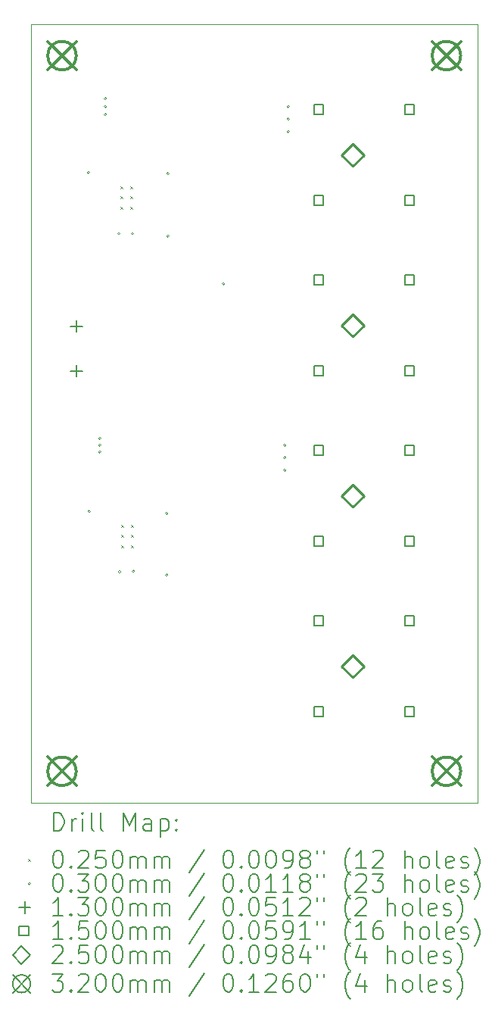
<source format=gbr>
%TF.GenerationSoftware,KiCad,Pcbnew,8.0.6*%
%TF.CreationDate,2024-12-07T23:10:10+01:00*%
%TF.ProjectId,BOOST_LT8365,424f4f53-545f-44c5-9438-3336352e6b69,rev?*%
%TF.SameCoordinates,Original*%
%TF.FileFunction,Drillmap*%
%TF.FilePolarity,Positive*%
%FSLAX45Y45*%
G04 Gerber Fmt 4.5, Leading zero omitted, Abs format (unit mm)*
G04 Created by KiCad (PCBNEW 8.0.6) date 2024-12-07 23:10:10*
%MOMM*%
%LPD*%
G01*
G04 APERTURE LIST*
%ADD10C,0.050000*%
%ADD11C,0.200000*%
%ADD12C,0.100000*%
%ADD13C,0.130000*%
%ADD14C,0.150000*%
%ADD15C,0.250000*%
%ADD16C,0.320000*%
G04 APERTURE END LIST*
D10*
X12500000Y-4300000D02*
X17500000Y-4300000D01*
X17500000Y-13000000D01*
X12500000Y-13000000D01*
X12500000Y-4300000D01*
D11*
D12*
X13504500Y-6108900D02*
X13529500Y-6133900D01*
X13529500Y-6108900D02*
X13504500Y-6133900D01*
X13504500Y-6223650D02*
X13529500Y-6248650D01*
X13529500Y-6223650D02*
X13504500Y-6248650D01*
X13504500Y-6338400D02*
X13529500Y-6363400D01*
X13529500Y-6338400D02*
X13504500Y-6363400D01*
X13508650Y-9893050D02*
X13533650Y-9918050D01*
X13533650Y-9893050D02*
X13508650Y-9918050D01*
X13508650Y-10007800D02*
X13533650Y-10032800D01*
X13533650Y-10007800D02*
X13508650Y-10032800D01*
X13508650Y-10122550D02*
X13533650Y-10147550D01*
X13533650Y-10122550D02*
X13508650Y-10147550D01*
X13614600Y-6108900D02*
X13639600Y-6133900D01*
X13639600Y-6108900D02*
X13614600Y-6133900D01*
X13614600Y-6223650D02*
X13639600Y-6248650D01*
X13639600Y-6223650D02*
X13614600Y-6248650D01*
X13614600Y-6338400D02*
X13639600Y-6363400D01*
X13639600Y-6338400D02*
X13614600Y-6363400D01*
X13618750Y-9893050D02*
X13643750Y-9918050D01*
X13643750Y-9893050D02*
X13618750Y-9918050D01*
X13618750Y-10007800D02*
X13643750Y-10032800D01*
X13643750Y-10007800D02*
X13618750Y-10032800D01*
X13618750Y-10122550D02*
X13643750Y-10147550D01*
X13643750Y-10122550D02*
X13618750Y-10147550D01*
X13159500Y-5956300D02*
G75*
G02*
X13129500Y-5956300I-15000J0D01*
G01*
X13129500Y-5956300D02*
G75*
G02*
X13159500Y-5956300I15000J0D01*
G01*
X13168800Y-9744300D02*
G75*
G02*
X13138800Y-9744300I-15000J0D01*
G01*
X13138800Y-9744300D02*
G75*
G02*
X13168800Y-9744300I15000J0D01*
G01*
X13286500Y-8928100D02*
G75*
G02*
X13256500Y-8928100I-15000J0D01*
G01*
X13256500Y-8928100D02*
G75*
G02*
X13286500Y-8928100I15000J0D01*
G01*
X13286500Y-9004300D02*
G75*
G02*
X13256500Y-9004300I-15000J0D01*
G01*
X13256500Y-9004300D02*
G75*
G02*
X13286500Y-9004300I15000J0D01*
G01*
X13286500Y-9080500D02*
G75*
G02*
X13256500Y-9080500I-15000J0D01*
G01*
X13256500Y-9080500D02*
G75*
G02*
X13286500Y-9080500I15000J0D01*
G01*
X13350000Y-5130800D02*
G75*
G02*
X13320000Y-5130800I-15000J0D01*
G01*
X13320000Y-5130800D02*
G75*
G02*
X13350000Y-5130800I15000J0D01*
G01*
X13350000Y-5219700D02*
G75*
G02*
X13320000Y-5219700I-15000J0D01*
G01*
X13320000Y-5219700D02*
G75*
G02*
X13350000Y-5219700I15000J0D01*
G01*
X13350000Y-5308600D02*
G75*
G02*
X13320000Y-5308600I-15000J0D01*
G01*
X13320000Y-5308600D02*
G75*
G02*
X13350000Y-5308600I15000J0D01*
G01*
X13499750Y-6639450D02*
G75*
G02*
X13469750Y-6639450I-15000J0D01*
G01*
X13469750Y-6639450D02*
G75*
G02*
X13499750Y-6639450I15000J0D01*
G01*
X13509050Y-10420050D02*
G75*
G02*
X13479050Y-10420050I-15000J0D01*
G01*
X13479050Y-10420050D02*
G75*
G02*
X13509050Y-10420050I15000J0D01*
G01*
X13652450Y-6639750D02*
G75*
G02*
X13622450Y-6639750I-15000J0D01*
G01*
X13622450Y-6639750D02*
G75*
G02*
X13652450Y-6639750I15000J0D01*
G01*
X13661750Y-10414000D02*
G75*
G02*
X13631750Y-10414000I-15000J0D01*
G01*
X13631750Y-10414000D02*
G75*
G02*
X13661750Y-10414000I15000J0D01*
G01*
X14035800Y-9766300D02*
G75*
G02*
X14005800Y-9766300I-15000J0D01*
G01*
X14005800Y-9766300D02*
G75*
G02*
X14035800Y-9766300I15000J0D01*
G01*
X14035800Y-10457275D02*
G75*
G02*
X14005800Y-10457275I-15000J0D01*
G01*
X14005800Y-10457275D02*
G75*
G02*
X14035800Y-10457275I15000J0D01*
G01*
X14048500Y-5969000D02*
G75*
G02*
X14018500Y-5969000I-15000J0D01*
G01*
X14018500Y-5969000D02*
G75*
G02*
X14048500Y-5969000I15000J0D01*
G01*
X14048500Y-6667500D02*
G75*
G02*
X14018500Y-6667500I-15000J0D01*
G01*
X14018500Y-6667500D02*
G75*
G02*
X14048500Y-6667500I15000J0D01*
G01*
X14670800Y-7200900D02*
G75*
G02*
X14640800Y-7200900I-15000J0D01*
G01*
X14640800Y-7200900D02*
G75*
G02*
X14670800Y-7200900I15000J0D01*
G01*
X15356600Y-9004300D02*
G75*
G02*
X15326600Y-9004300I-15000J0D01*
G01*
X15326600Y-9004300D02*
G75*
G02*
X15356600Y-9004300I15000J0D01*
G01*
X15356600Y-9144000D02*
G75*
G02*
X15326600Y-9144000I-15000J0D01*
G01*
X15326600Y-9144000D02*
G75*
G02*
X15356600Y-9144000I15000J0D01*
G01*
X15356600Y-9283700D02*
G75*
G02*
X15326600Y-9283700I-15000J0D01*
G01*
X15326600Y-9283700D02*
G75*
G02*
X15356600Y-9283700I15000J0D01*
G01*
X15394700Y-5219700D02*
G75*
G02*
X15364700Y-5219700I-15000J0D01*
G01*
X15364700Y-5219700D02*
G75*
G02*
X15394700Y-5219700I15000J0D01*
G01*
X15394700Y-5359400D02*
G75*
G02*
X15364700Y-5359400I-15000J0D01*
G01*
X15364700Y-5359400D02*
G75*
G02*
X15394700Y-5359400I15000J0D01*
G01*
X15394700Y-5499100D02*
G75*
G02*
X15364700Y-5499100I-15000J0D01*
G01*
X15364700Y-5499100D02*
G75*
G02*
X15394700Y-5499100I15000J0D01*
G01*
D13*
X13012400Y-7609800D02*
X13012400Y-7739800D01*
X12947400Y-7674800D02*
X13077400Y-7674800D01*
X13012400Y-8109800D02*
X13012400Y-8239800D01*
X12947400Y-8174800D02*
X13077400Y-8174800D01*
D14*
X15773033Y-5305034D02*
X15773033Y-5198967D01*
X15666966Y-5198967D01*
X15666966Y-5305034D01*
X15773033Y-5305034D01*
X15773033Y-6321033D02*
X15773033Y-6214966D01*
X15666966Y-6214966D01*
X15666966Y-6321033D01*
X15773033Y-6321033D01*
X15773033Y-7210033D02*
X15773033Y-7103966D01*
X15666966Y-7103966D01*
X15666966Y-7210033D01*
X15773033Y-7210033D01*
X15773033Y-8226033D02*
X15773033Y-8119966D01*
X15666966Y-8119966D01*
X15666966Y-8226033D01*
X15773033Y-8226033D01*
X15773033Y-9115034D02*
X15773033Y-9008967D01*
X15666966Y-9008967D01*
X15666966Y-9115034D01*
X15773033Y-9115034D01*
X15773033Y-10131034D02*
X15773033Y-10024967D01*
X15666966Y-10024967D01*
X15666966Y-10131034D01*
X15773033Y-10131034D01*
X15773033Y-11020034D02*
X15773033Y-10913967D01*
X15666966Y-10913967D01*
X15666966Y-11020034D01*
X15773033Y-11020034D01*
X15773033Y-12036033D02*
X15773033Y-11929966D01*
X15666966Y-11929966D01*
X15666966Y-12036033D01*
X15773033Y-12036033D01*
X16789034Y-5305034D02*
X16789034Y-5198967D01*
X16682966Y-5198967D01*
X16682966Y-5305034D01*
X16789034Y-5305034D01*
X16789034Y-6321033D02*
X16789034Y-6214966D01*
X16682966Y-6214966D01*
X16682966Y-6321033D01*
X16789034Y-6321033D01*
X16789034Y-7210033D02*
X16789034Y-7103966D01*
X16682966Y-7103966D01*
X16682966Y-7210033D01*
X16789034Y-7210033D01*
X16789034Y-8226033D02*
X16789034Y-8119966D01*
X16682966Y-8119966D01*
X16682966Y-8226033D01*
X16789034Y-8226033D01*
X16789034Y-9115034D02*
X16789034Y-9008967D01*
X16682966Y-9008967D01*
X16682966Y-9115034D01*
X16789034Y-9115034D01*
X16789034Y-10131034D02*
X16789034Y-10024967D01*
X16682966Y-10024967D01*
X16682966Y-10131034D01*
X16789034Y-10131034D01*
X16789034Y-11020034D02*
X16789034Y-10913967D01*
X16682966Y-10913967D01*
X16682966Y-11020034D01*
X16789034Y-11020034D01*
X16789034Y-12036033D02*
X16789034Y-11929966D01*
X16682966Y-11929966D01*
X16682966Y-12036033D01*
X16789034Y-12036033D01*
D15*
X16100000Y-5885000D02*
X16225000Y-5760000D01*
X16100000Y-5635000D01*
X15975000Y-5760000D01*
X16100000Y-5885000D01*
X16100000Y-7790000D02*
X16225000Y-7665000D01*
X16100000Y-7540000D01*
X15975000Y-7665000D01*
X16100000Y-7790000D01*
X16100000Y-9695000D02*
X16225000Y-9570000D01*
X16100000Y-9445000D01*
X15975000Y-9570000D01*
X16100000Y-9695000D01*
X16100000Y-11600000D02*
X16225000Y-11475000D01*
X16100000Y-11350000D01*
X15975000Y-11475000D01*
X16100000Y-11600000D01*
D16*
X12690000Y-4490000D02*
X13010000Y-4810000D01*
X13010000Y-4490000D02*
X12690000Y-4810000D01*
X13010000Y-4650000D02*
G75*
G02*
X12690000Y-4650000I-160000J0D01*
G01*
X12690000Y-4650000D02*
G75*
G02*
X13010000Y-4650000I160000J0D01*
G01*
X12690000Y-12490000D02*
X13010000Y-12810000D01*
X13010000Y-12490000D02*
X12690000Y-12810000D01*
X13010000Y-12650000D02*
G75*
G02*
X12690000Y-12650000I-160000J0D01*
G01*
X12690000Y-12650000D02*
G75*
G02*
X13010000Y-12650000I160000J0D01*
G01*
X16990000Y-4490000D02*
X17310000Y-4810000D01*
X17310000Y-4490000D02*
X16990000Y-4810000D01*
X17310000Y-4650000D02*
G75*
G02*
X16990000Y-4650000I-160000J0D01*
G01*
X16990000Y-4650000D02*
G75*
G02*
X17310000Y-4650000I160000J0D01*
G01*
X16990000Y-12490000D02*
X17310000Y-12810000D01*
X17310000Y-12490000D02*
X16990000Y-12810000D01*
X17310000Y-12650000D02*
G75*
G02*
X16990000Y-12650000I-160000J0D01*
G01*
X16990000Y-12650000D02*
G75*
G02*
X17310000Y-12650000I160000J0D01*
G01*
D11*
X12758277Y-13313984D02*
X12758277Y-13113984D01*
X12758277Y-13113984D02*
X12805896Y-13113984D01*
X12805896Y-13113984D02*
X12834467Y-13123508D01*
X12834467Y-13123508D02*
X12853515Y-13142555D01*
X12853515Y-13142555D02*
X12863039Y-13161603D01*
X12863039Y-13161603D02*
X12872562Y-13199698D01*
X12872562Y-13199698D02*
X12872562Y-13228269D01*
X12872562Y-13228269D02*
X12863039Y-13266365D01*
X12863039Y-13266365D02*
X12853515Y-13285412D01*
X12853515Y-13285412D02*
X12834467Y-13304460D01*
X12834467Y-13304460D02*
X12805896Y-13313984D01*
X12805896Y-13313984D02*
X12758277Y-13313984D01*
X12958277Y-13313984D02*
X12958277Y-13180650D01*
X12958277Y-13218746D02*
X12967801Y-13199698D01*
X12967801Y-13199698D02*
X12977324Y-13190174D01*
X12977324Y-13190174D02*
X12996372Y-13180650D01*
X12996372Y-13180650D02*
X13015420Y-13180650D01*
X13082086Y-13313984D02*
X13082086Y-13180650D01*
X13082086Y-13113984D02*
X13072562Y-13123508D01*
X13072562Y-13123508D02*
X13082086Y-13133031D01*
X13082086Y-13133031D02*
X13091610Y-13123508D01*
X13091610Y-13123508D02*
X13082086Y-13113984D01*
X13082086Y-13113984D02*
X13082086Y-13133031D01*
X13205896Y-13313984D02*
X13186848Y-13304460D01*
X13186848Y-13304460D02*
X13177324Y-13285412D01*
X13177324Y-13285412D02*
X13177324Y-13113984D01*
X13310658Y-13313984D02*
X13291610Y-13304460D01*
X13291610Y-13304460D02*
X13282086Y-13285412D01*
X13282086Y-13285412D02*
X13282086Y-13113984D01*
X13539229Y-13313984D02*
X13539229Y-13113984D01*
X13539229Y-13113984D02*
X13605896Y-13256841D01*
X13605896Y-13256841D02*
X13672562Y-13113984D01*
X13672562Y-13113984D02*
X13672562Y-13313984D01*
X13853515Y-13313984D02*
X13853515Y-13209222D01*
X13853515Y-13209222D02*
X13843991Y-13190174D01*
X13843991Y-13190174D02*
X13824943Y-13180650D01*
X13824943Y-13180650D02*
X13786848Y-13180650D01*
X13786848Y-13180650D02*
X13767801Y-13190174D01*
X13853515Y-13304460D02*
X13834467Y-13313984D01*
X13834467Y-13313984D02*
X13786848Y-13313984D01*
X13786848Y-13313984D02*
X13767801Y-13304460D01*
X13767801Y-13304460D02*
X13758277Y-13285412D01*
X13758277Y-13285412D02*
X13758277Y-13266365D01*
X13758277Y-13266365D02*
X13767801Y-13247317D01*
X13767801Y-13247317D02*
X13786848Y-13237793D01*
X13786848Y-13237793D02*
X13834467Y-13237793D01*
X13834467Y-13237793D02*
X13853515Y-13228269D01*
X13948753Y-13180650D02*
X13948753Y-13380650D01*
X13948753Y-13190174D02*
X13967801Y-13180650D01*
X13967801Y-13180650D02*
X14005896Y-13180650D01*
X14005896Y-13180650D02*
X14024943Y-13190174D01*
X14024943Y-13190174D02*
X14034467Y-13199698D01*
X14034467Y-13199698D02*
X14043991Y-13218746D01*
X14043991Y-13218746D02*
X14043991Y-13275888D01*
X14043991Y-13275888D02*
X14034467Y-13294936D01*
X14034467Y-13294936D02*
X14024943Y-13304460D01*
X14024943Y-13304460D02*
X14005896Y-13313984D01*
X14005896Y-13313984D02*
X13967801Y-13313984D01*
X13967801Y-13313984D02*
X13948753Y-13304460D01*
X14129705Y-13294936D02*
X14139229Y-13304460D01*
X14139229Y-13304460D02*
X14129705Y-13313984D01*
X14129705Y-13313984D02*
X14120182Y-13304460D01*
X14120182Y-13304460D02*
X14129705Y-13294936D01*
X14129705Y-13294936D02*
X14129705Y-13313984D01*
X14129705Y-13190174D02*
X14139229Y-13199698D01*
X14139229Y-13199698D02*
X14129705Y-13209222D01*
X14129705Y-13209222D02*
X14120182Y-13199698D01*
X14120182Y-13199698D02*
X14129705Y-13190174D01*
X14129705Y-13190174D02*
X14129705Y-13209222D01*
D12*
X12472500Y-13630000D02*
X12497500Y-13655000D01*
X12497500Y-13630000D02*
X12472500Y-13655000D01*
D11*
X12796372Y-13533984D02*
X12815420Y-13533984D01*
X12815420Y-13533984D02*
X12834467Y-13543508D01*
X12834467Y-13543508D02*
X12843991Y-13553031D01*
X12843991Y-13553031D02*
X12853515Y-13572079D01*
X12853515Y-13572079D02*
X12863039Y-13610174D01*
X12863039Y-13610174D02*
X12863039Y-13657793D01*
X12863039Y-13657793D02*
X12853515Y-13695888D01*
X12853515Y-13695888D02*
X12843991Y-13714936D01*
X12843991Y-13714936D02*
X12834467Y-13724460D01*
X12834467Y-13724460D02*
X12815420Y-13733984D01*
X12815420Y-13733984D02*
X12796372Y-13733984D01*
X12796372Y-13733984D02*
X12777324Y-13724460D01*
X12777324Y-13724460D02*
X12767801Y-13714936D01*
X12767801Y-13714936D02*
X12758277Y-13695888D01*
X12758277Y-13695888D02*
X12748753Y-13657793D01*
X12748753Y-13657793D02*
X12748753Y-13610174D01*
X12748753Y-13610174D02*
X12758277Y-13572079D01*
X12758277Y-13572079D02*
X12767801Y-13553031D01*
X12767801Y-13553031D02*
X12777324Y-13543508D01*
X12777324Y-13543508D02*
X12796372Y-13533984D01*
X12948753Y-13714936D02*
X12958277Y-13724460D01*
X12958277Y-13724460D02*
X12948753Y-13733984D01*
X12948753Y-13733984D02*
X12939229Y-13724460D01*
X12939229Y-13724460D02*
X12948753Y-13714936D01*
X12948753Y-13714936D02*
X12948753Y-13733984D01*
X13034467Y-13553031D02*
X13043991Y-13543508D01*
X13043991Y-13543508D02*
X13063039Y-13533984D01*
X13063039Y-13533984D02*
X13110658Y-13533984D01*
X13110658Y-13533984D02*
X13129705Y-13543508D01*
X13129705Y-13543508D02*
X13139229Y-13553031D01*
X13139229Y-13553031D02*
X13148753Y-13572079D01*
X13148753Y-13572079D02*
X13148753Y-13591127D01*
X13148753Y-13591127D02*
X13139229Y-13619698D01*
X13139229Y-13619698D02*
X13024943Y-13733984D01*
X13024943Y-13733984D02*
X13148753Y-13733984D01*
X13329705Y-13533984D02*
X13234467Y-13533984D01*
X13234467Y-13533984D02*
X13224943Y-13629222D01*
X13224943Y-13629222D02*
X13234467Y-13619698D01*
X13234467Y-13619698D02*
X13253515Y-13610174D01*
X13253515Y-13610174D02*
X13301134Y-13610174D01*
X13301134Y-13610174D02*
X13320182Y-13619698D01*
X13320182Y-13619698D02*
X13329705Y-13629222D01*
X13329705Y-13629222D02*
X13339229Y-13648269D01*
X13339229Y-13648269D02*
X13339229Y-13695888D01*
X13339229Y-13695888D02*
X13329705Y-13714936D01*
X13329705Y-13714936D02*
X13320182Y-13724460D01*
X13320182Y-13724460D02*
X13301134Y-13733984D01*
X13301134Y-13733984D02*
X13253515Y-13733984D01*
X13253515Y-13733984D02*
X13234467Y-13724460D01*
X13234467Y-13724460D02*
X13224943Y-13714936D01*
X13463039Y-13533984D02*
X13482086Y-13533984D01*
X13482086Y-13533984D02*
X13501134Y-13543508D01*
X13501134Y-13543508D02*
X13510658Y-13553031D01*
X13510658Y-13553031D02*
X13520182Y-13572079D01*
X13520182Y-13572079D02*
X13529705Y-13610174D01*
X13529705Y-13610174D02*
X13529705Y-13657793D01*
X13529705Y-13657793D02*
X13520182Y-13695888D01*
X13520182Y-13695888D02*
X13510658Y-13714936D01*
X13510658Y-13714936D02*
X13501134Y-13724460D01*
X13501134Y-13724460D02*
X13482086Y-13733984D01*
X13482086Y-13733984D02*
X13463039Y-13733984D01*
X13463039Y-13733984D02*
X13443991Y-13724460D01*
X13443991Y-13724460D02*
X13434467Y-13714936D01*
X13434467Y-13714936D02*
X13424943Y-13695888D01*
X13424943Y-13695888D02*
X13415420Y-13657793D01*
X13415420Y-13657793D02*
X13415420Y-13610174D01*
X13415420Y-13610174D02*
X13424943Y-13572079D01*
X13424943Y-13572079D02*
X13434467Y-13553031D01*
X13434467Y-13553031D02*
X13443991Y-13543508D01*
X13443991Y-13543508D02*
X13463039Y-13533984D01*
X13615420Y-13733984D02*
X13615420Y-13600650D01*
X13615420Y-13619698D02*
X13624943Y-13610174D01*
X13624943Y-13610174D02*
X13643991Y-13600650D01*
X13643991Y-13600650D02*
X13672563Y-13600650D01*
X13672563Y-13600650D02*
X13691610Y-13610174D01*
X13691610Y-13610174D02*
X13701134Y-13629222D01*
X13701134Y-13629222D02*
X13701134Y-13733984D01*
X13701134Y-13629222D02*
X13710658Y-13610174D01*
X13710658Y-13610174D02*
X13729705Y-13600650D01*
X13729705Y-13600650D02*
X13758277Y-13600650D01*
X13758277Y-13600650D02*
X13777324Y-13610174D01*
X13777324Y-13610174D02*
X13786848Y-13629222D01*
X13786848Y-13629222D02*
X13786848Y-13733984D01*
X13882086Y-13733984D02*
X13882086Y-13600650D01*
X13882086Y-13619698D02*
X13891610Y-13610174D01*
X13891610Y-13610174D02*
X13910658Y-13600650D01*
X13910658Y-13600650D02*
X13939229Y-13600650D01*
X13939229Y-13600650D02*
X13958277Y-13610174D01*
X13958277Y-13610174D02*
X13967801Y-13629222D01*
X13967801Y-13629222D02*
X13967801Y-13733984D01*
X13967801Y-13629222D02*
X13977324Y-13610174D01*
X13977324Y-13610174D02*
X13996372Y-13600650D01*
X13996372Y-13600650D02*
X14024943Y-13600650D01*
X14024943Y-13600650D02*
X14043991Y-13610174D01*
X14043991Y-13610174D02*
X14053515Y-13629222D01*
X14053515Y-13629222D02*
X14053515Y-13733984D01*
X14443991Y-13524460D02*
X14272563Y-13781603D01*
X14701134Y-13533984D02*
X14720182Y-13533984D01*
X14720182Y-13533984D02*
X14739229Y-13543508D01*
X14739229Y-13543508D02*
X14748753Y-13553031D01*
X14748753Y-13553031D02*
X14758277Y-13572079D01*
X14758277Y-13572079D02*
X14767801Y-13610174D01*
X14767801Y-13610174D02*
X14767801Y-13657793D01*
X14767801Y-13657793D02*
X14758277Y-13695888D01*
X14758277Y-13695888D02*
X14748753Y-13714936D01*
X14748753Y-13714936D02*
X14739229Y-13724460D01*
X14739229Y-13724460D02*
X14720182Y-13733984D01*
X14720182Y-13733984D02*
X14701134Y-13733984D01*
X14701134Y-13733984D02*
X14682086Y-13724460D01*
X14682086Y-13724460D02*
X14672563Y-13714936D01*
X14672563Y-13714936D02*
X14663039Y-13695888D01*
X14663039Y-13695888D02*
X14653515Y-13657793D01*
X14653515Y-13657793D02*
X14653515Y-13610174D01*
X14653515Y-13610174D02*
X14663039Y-13572079D01*
X14663039Y-13572079D02*
X14672563Y-13553031D01*
X14672563Y-13553031D02*
X14682086Y-13543508D01*
X14682086Y-13543508D02*
X14701134Y-13533984D01*
X14853515Y-13714936D02*
X14863039Y-13724460D01*
X14863039Y-13724460D02*
X14853515Y-13733984D01*
X14853515Y-13733984D02*
X14843991Y-13724460D01*
X14843991Y-13724460D02*
X14853515Y-13714936D01*
X14853515Y-13714936D02*
X14853515Y-13733984D01*
X14986848Y-13533984D02*
X15005896Y-13533984D01*
X15005896Y-13533984D02*
X15024944Y-13543508D01*
X15024944Y-13543508D02*
X15034467Y-13553031D01*
X15034467Y-13553031D02*
X15043991Y-13572079D01*
X15043991Y-13572079D02*
X15053515Y-13610174D01*
X15053515Y-13610174D02*
X15053515Y-13657793D01*
X15053515Y-13657793D02*
X15043991Y-13695888D01*
X15043991Y-13695888D02*
X15034467Y-13714936D01*
X15034467Y-13714936D02*
X15024944Y-13724460D01*
X15024944Y-13724460D02*
X15005896Y-13733984D01*
X15005896Y-13733984D02*
X14986848Y-13733984D01*
X14986848Y-13733984D02*
X14967801Y-13724460D01*
X14967801Y-13724460D02*
X14958277Y-13714936D01*
X14958277Y-13714936D02*
X14948753Y-13695888D01*
X14948753Y-13695888D02*
X14939229Y-13657793D01*
X14939229Y-13657793D02*
X14939229Y-13610174D01*
X14939229Y-13610174D02*
X14948753Y-13572079D01*
X14948753Y-13572079D02*
X14958277Y-13553031D01*
X14958277Y-13553031D02*
X14967801Y-13543508D01*
X14967801Y-13543508D02*
X14986848Y-13533984D01*
X15177325Y-13533984D02*
X15196372Y-13533984D01*
X15196372Y-13533984D02*
X15215420Y-13543508D01*
X15215420Y-13543508D02*
X15224944Y-13553031D01*
X15224944Y-13553031D02*
X15234467Y-13572079D01*
X15234467Y-13572079D02*
X15243991Y-13610174D01*
X15243991Y-13610174D02*
X15243991Y-13657793D01*
X15243991Y-13657793D02*
X15234467Y-13695888D01*
X15234467Y-13695888D02*
X15224944Y-13714936D01*
X15224944Y-13714936D02*
X15215420Y-13724460D01*
X15215420Y-13724460D02*
X15196372Y-13733984D01*
X15196372Y-13733984D02*
X15177325Y-13733984D01*
X15177325Y-13733984D02*
X15158277Y-13724460D01*
X15158277Y-13724460D02*
X15148753Y-13714936D01*
X15148753Y-13714936D02*
X15139229Y-13695888D01*
X15139229Y-13695888D02*
X15129706Y-13657793D01*
X15129706Y-13657793D02*
X15129706Y-13610174D01*
X15129706Y-13610174D02*
X15139229Y-13572079D01*
X15139229Y-13572079D02*
X15148753Y-13553031D01*
X15148753Y-13553031D02*
X15158277Y-13543508D01*
X15158277Y-13543508D02*
X15177325Y-13533984D01*
X15339229Y-13733984D02*
X15377325Y-13733984D01*
X15377325Y-13733984D02*
X15396372Y-13724460D01*
X15396372Y-13724460D02*
X15405896Y-13714936D01*
X15405896Y-13714936D02*
X15424944Y-13686365D01*
X15424944Y-13686365D02*
X15434467Y-13648269D01*
X15434467Y-13648269D02*
X15434467Y-13572079D01*
X15434467Y-13572079D02*
X15424944Y-13553031D01*
X15424944Y-13553031D02*
X15415420Y-13543508D01*
X15415420Y-13543508D02*
X15396372Y-13533984D01*
X15396372Y-13533984D02*
X15358277Y-13533984D01*
X15358277Y-13533984D02*
X15339229Y-13543508D01*
X15339229Y-13543508D02*
X15329706Y-13553031D01*
X15329706Y-13553031D02*
X15320182Y-13572079D01*
X15320182Y-13572079D02*
X15320182Y-13619698D01*
X15320182Y-13619698D02*
X15329706Y-13638746D01*
X15329706Y-13638746D02*
X15339229Y-13648269D01*
X15339229Y-13648269D02*
X15358277Y-13657793D01*
X15358277Y-13657793D02*
X15396372Y-13657793D01*
X15396372Y-13657793D02*
X15415420Y-13648269D01*
X15415420Y-13648269D02*
X15424944Y-13638746D01*
X15424944Y-13638746D02*
X15434467Y-13619698D01*
X15548753Y-13619698D02*
X15529706Y-13610174D01*
X15529706Y-13610174D02*
X15520182Y-13600650D01*
X15520182Y-13600650D02*
X15510658Y-13581603D01*
X15510658Y-13581603D02*
X15510658Y-13572079D01*
X15510658Y-13572079D02*
X15520182Y-13553031D01*
X15520182Y-13553031D02*
X15529706Y-13543508D01*
X15529706Y-13543508D02*
X15548753Y-13533984D01*
X15548753Y-13533984D02*
X15586848Y-13533984D01*
X15586848Y-13533984D02*
X15605896Y-13543508D01*
X15605896Y-13543508D02*
X15615420Y-13553031D01*
X15615420Y-13553031D02*
X15624944Y-13572079D01*
X15624944Y-13572079D02*
X15624944Y-13581603D01*
X15624944Y-13581603D02*
X15615420Y-13600650D01*
X15615420Y-13600650D02*
X15605896Y-13610174D01*
X15605896Y-13610174D02*
X15586848Y-13619698D01*
X15586848Y-13619698D02*
X15548753Y-13619698D01*
X15548753Y-13619698D02*
X15529706Y-13629222D01*
X15529706Y-13629222D02*
X15520182Y-13638746D01*
X15520182Y-13638746D02*
X15510658Y-13657793D01*
X15510658Y-13657793D02*
X15510658Y-13695888D01*
X15510658Y-13695888D02*
X15520182Y-13714936D01*
X15520182Y-13714936D02*
X15529706Y-13724460D01*
X15529706Y-13724460D02*
X15548753Y-13733984D01*
X15548753Y-13733984D02*
X15586848Y-13733984D01*
X15586848Y-13733984D02*
X15605896Y-13724460D01*
X15605896Y-13724460D02*
X15615420Y-13714936D01*
X15615420Y-13714936D02*
X15624944Y-13695888D01*
X15624944Y-13695888D02*
X15624944Y-13657793D01*
X15624944Y-13657793D02*
X15615420Y-13638746D01*
X15615420Y-13638746D02*
X15605896Y-13629222D01*
X15605896Y-13629222D02*
X15586848Y-13619698D01*
X15701134Y-13533984D02*
X15701134Y-13572079D01*
X15777325Y-13533984D02*
X15777325Y-13572079D01*
X16072563Y-13810174D02*
X16063039Y-13800650D01*
X16063039Y-13800650D02*
X16043991Y-13772079D01*
X16043991Y-13772079D02*
X16034468Y-13753031D01*
X16034468Y-13753031D02*
X16024944Y-13724460D01*
X16024944Y-13724460D02*
X16015420Y-13676841D01*
X16015420Y-13676841D02*
X16015420Y-13638746D01*
X16015420Y-13638746D02*
X16024944Y-13591127D01*
X16024944Y-13591127D02*
X16034468Y-13562555D01*
X16034468Y-13562555D02*
X16043991Y-13543508D01*
X16043991Y-13543508D02*
X16063039Y-13514936D01*
X16063039Y-13514936D02*
X16072563Y-13505412D01*
X16253515Y-13733984D02*
X16139229Y-13733984D01*
X16196372Y-13733984D02*
X16196372Y-13533984D01*
X16196372Y-13533984D02*
X16177325Y-13562555D01*
X16177325Y-13562555D02*
X16158277Y-13581603D01*
X16158277Y-13581603D02*
X16139229Y-13591127D01*
X16329706Y-13553031D02*
X16339229Y-13543508D01*
X16339229Y-13543508D02*
X16358277Y-13533984D01*
X16358277Y-13533984D02*
X16405896Y-13533984D01*
X16405896Y-13533984D02*
X16424944Y-13543508D01*
X16424944Y-13543508D02*
X16434468Y-13553031D01*
X16434468Y-13553031D02*
X16443991Y-13572079D01*
X16443991Y-13572079D02*
X16443991Y-13591127D01*
X16443991Y-13591127D02*
X16434468Y-13619698D01*
X16434468Y-13619698D02*
X16320182Y-13733984D01*
X16320182Y-13733984D02*
X16443991Y-13733984D01*
X16682087Y-13733984D02*
X16682087Y-13533984D01*
X16767801Y-13733984D02*
X16767801Y-13629222D01*
X16767801Y-13629222D02*
X16758277Y-13610174D01*
X16758277Y-13610174D02*
X16739230Y-13600650D01*
X16739230Y-13600650D02*
X16710658Y-13600650D01*
X16710658Y-13600650D02*
X16691610Y-13610174D01*
X16691610Y-13610174D02*
X16682087Y-13619698D01*
X16891611Y-13733984D02*
X16872563Y-13724460D01*
X16872563Y-13724460D02*
X16863039Y-13714936D01*
X16863039Y-13714936D02*
X16853515Y-13695888D01*
X16853515Y-13695888D02*
X16853515Y-13638746D01*
X16853515Y-13638746D02*
X16863039Y-13619698D01*
X16863039Y-13619698D02*
X16872563Y-13610174D01*
X16872563Y-13610174D02*
X16891611Y-13600650D01*
X16891611Y-13600650D02*
X16920182Y-13600650D01*
X16920182Y-13600650D02*
X16939230Y-13610174D01*
X16939230Y-13610174D02*
X16948753Y-13619698D01*
X16948753Y-13619698D02*
X16958277Y-13638746D01*
X16958277Y-13638746D02*
X16958277Y-13695888D01*
X16958277Y-13695888D02*
X16948753Y-13714936D01*
X16948753Y-13714936D02*
X16939230Y-13724460D01*
X16939230Y-13724460D02*
X16920182Y-13733984D01*
X16920182Y-13733984D02*
X16891611Y-13733984D01*
X17072563Y-13733984D02*
X17053515Y-13724460D01*
X17053515Y-13724460D02*
X17043992Y-13705412D01*
X17043992Y-13705412D02*
X17043992Y-13533984D01*
X17224944Y-13724460D02*
X17205896Y-13733984D01*
X17205896Y-13733984D02*
X17167801Y-13733984D01*
X17167801Y-13733984D02*
X17148753Y-13724460D01*
X17148753Y-13724460D02*
X17139230Y-13705412D01*
X17139230Y-13705412D02*
X17139230Y-13629222D01*
X17139230Y-13629222D02*
X17148753Y-13610174D01*
X17148753Y-13610174D02*
X17167801Y-13600650D01*
X17167801Y-13600650D02*
X17205896Y-13600650D01*
X17205896Y-13600650D02*
X17224944Y-13610174D01*
X17224944Y-13610174D02*
X17234468Y-13629222D01*
X17234468Y-13629222D02*
X17234468Y-13648269D01*
X17234468Y-13648269D02*
X17139230Y-13667317D01*
X17310658Y-13724460D02*
X17329706Y-13733984D01*
X17329706Y-13733984D02*
X17367801Y-13733984D01*
X17367801Y-13733984D02*
X17386849Y-13724460D01*
X17386849Y-13724460D02*
X17396373Y-13705412D01*
X17396373Y-13705412D02*
X17396373Y-13695888D01*
X17396373Y-13695888D02*
X17386849Y-13676841D01*
X17386849Y-13676841D02*
X17367801Y-13667317D01*
X17367801Y-13667317D02*
X17339230Y-13667317D01*
X17339230Y-13667317D02*
X17320182Y-13657793D01*
X17320182Y-13657793D02*
X17310658Y-13638746D01*
X17310658Y-13638746D02*
X17310658Y-13629222D01*
X17310658Y-13629222D02*
X17320182Y-13610174D01*
X17320182Y-13610174D02*
X17339230Y-13600650D01*
X17339230Y-13600650D02*
X17367801Y-13600650D01*
X17367801Y-13600650D02*
X17386849Y-13610174D01*
X17463039Y-13810174D02*
X17472563Y-13800650D01*
X17472563Y-13800650D02*
X17491611Y-13772079D01*
X17491611Y-13772079D02*
X17501134Y-13753031D01*
X17501134Y-13753031D02*
X17510658Y-13724460D01*
X17510658Y-13724460D02*
X17520182Y-13676841D01*
X17520182Y-13676841D02*
X17520182Y-13638746D01*
X17520182Y-13638746D02*
X17510658Y-13591127D01*
X17510658Y-13591127D02*
X17501134Y-13562555D01*
X17501134Y-13562555D02*
X17491611Y-13543508D01*
X17491611Y-13543508D02*
X17472563Y-13514936D01*
X17472563Y-13514936D02*
X17463039Y-13505412D01*
D12*
X12497500Y-13906500D02*
G75*
G02*
X12467500Y-13906500I-15000J0D01*
G01*
X12467500Y-13906500D02*
G75*
G02*
X12497500Y-13906500I15000J0D01*
G01*
D11*
X12796372Y-13797984D02*
X12815420Y-13797984D01*
X12815420Y-13797984D02*
X12834467Y-13807508D01*
X12834467Y-13807508D02*
X12843991Y-13817031D01*
X12843991Y-13817031D02*
X12853515Y-13836079D01*
X12853515Y-13836079D02*
X12863039Y-13874174D01*
X12863039Y-13874174D02*
X12863039Y-13921793D01*
X12863039Y-13921793D02*
X12853515Y-13959888D01*
X12853515Y-13959888D02*
X12843991Y-13978936D01*
X12843991Y-13978936D02*
X12834467Y-13988460D01*
X12834467Y-13988460D02*
X12815420Y-13997984D01*
X12815420Y-13997984D02*
X12796372Y-13997984D01*
X12796372Y-13997984D02*
X12777324Y-13988460D01*
X12777324Y-13988460D02*
X12767801Y-13978936D01*
X12767801Y-13978936D02*
X12758277Y-13959888D01*
X12758277Y-13959888D02*
X12748753Y-13921793D01*
X12748753Y-13921793D02*
X12748753Y-13874174D01*
X12748753Y-13874174D02*
X12758277Y-13836079D01*
X12758277Y-13836079D02*
X12767801Y-13817031D01*
X12767801Y-13817031D02*
X12777324Y-13807508D01*
X12777324Y-13807508D02*
X12796372Y-13797984D01*
X12948753Y-13978936D02*
X12958277Y-13988460D01*
X12958277Y-13988460D02*
X12948753Y-13997984D01*
X12948753Y-13997984D02*
X12939229Y-13988460D01*
X12939229Y-13988460D02*
X12948753Y-13978936D01*
X12948753Y-13978936D02*
X12948753Y-13997984D01*
X13024943Y-13797984D02*
X13148753Y-13797984D01*
X13148753Y-13797984D02*
X13082086Y-13874174D01*
X13082086Y-13874174D02*
X13110658Y-13874174D01*
X13110658Y-13874174D02*
X13129705Y-13883698D01*
X13129705Y-13883698D02*
X13139229Y-13893222D01*
X13139229Y-13893222D02*
X13148753Y-13912269D01*
X13148753Y-13912269D02*
X13148753Y-13959888D01*
X13148753Y-13959888D02*
X13139229Y-13978936D01*
X13139229Y-13978936D02*
X13129705Y-13988460D01*
X13129705Y-13988460D02*
X13110658Y-13997984D01*
X13110658Y-13997984D02*
X13053515Y-13997984D01*
X13053515Y-13997984D02*
X13034467Y-13988460D01*
X13034467Y-13988460D02*
X13024943Y-13978936D01*
X13272562Y-13797984D02*
X13291610Y-13797984D01*
X13291610Y-13797984D02*
X13310658Y-13807508D01*
X13310658Y-13807508D02*
X13320182Y-13817031D01*
X13320182Y-13817031D02*
X13329705Y-13836079D01*
X13329705Y-13836079D02*
X13339229Y-13874174D01*
X13339229Y-13874174D02*
X13339229Y-13921793D01*
X13339229Y-13921793D02*
X13329705Y-13959888D01*
X13329705Y-13959888D02*
X13320182Y-13978936D01*
X13320182Y-13978936D02*
X13310658Y-13988460D01*
X13310658Y-13988460D02*
X13291610Y-13997984D01*
X13291610Y-13997984D02*
X13272562Y-13997984D01*
X13272562Y-13997984D02*
X13253515Y-13988460D01*
X13253515Y-13988460D02*
X13243991Y-13978936D01*
X13243991Y-13978936D02*
X13234467Y-13959888D01*
X13234467Y-13959888D02*
X13224943Y-13921793D01*
X13224943Y-13921793D02*
X13224943Y-13874174D01*
X13224943Y-13874174D02*
X13234467Y-13836079D01*
X13234467Y-13836079D02*
X13243991Y-13817031D01*
X13243991Y-13817031D02*
X13253515Y-13807508D01*
X13253515Y-13807508D02*
X13272562Y-13797984D01*
X13463039Y-13797984D02*
X13482086Y-13797984D01*
X13482086Y-13797984D02*
X13501134Y-13807508D01*
X13501134Y-13807508D02*
X13510658Y-13817031D01*
X13510658Y-13817031D02*
X13520182Y-13836079D01*
X13520182Y-13836079D02*
X13529705Y-13874174D01*
X13529705Y-13874174D02*
X13529705Y-13921793D01*
X13529705Y-13921793D02*
X13520182Y-13959888D01*
X13520182Y-13959888D02*
X13510658Y-13978936D01*
X13510658Y-13978936D02*
X13501134Y-13988460D01*
X13501134Y-13988460D02*
X13482086Y-13997984D01*
X13482086Y-13997984D02*
X13463039Y-13997984D01*
X13463039Y-13997984D02*
X13443991Y-13988460D01*
X13443991Y-13988460D02*
X13434467Y-13978936D01*
X13434467Y-13978936D02*
X13424943Y-13959888D01*
X13424943Y-13959888D02*
X13415420Y-13921793D01*
X13415420Y-13921793D02*
X13415420Y-13874174D01*
X13415420Y-13874174D02*
X13424943Y-13836079D01*
X13424943Y-13836079D02*
X13434467Y-13817031D01*
X13434467Y-13817031D02*
X13443991Y-13807508D01*
X13443991Y-13807508D02*
X13463039Y-13797984D01*
X13615420Y-13997984D02*
X13615420Y-13864650D01*
X13615420Y-13883698D02*
X13624943Y-13874174D01*
X13624943Y-13874174D02*
X13643991Y-13864650D01*
X13643991Y-13864650D02*
X13672563Y-13864650D01*
X13672563Y-13864650D02*
X13691610Y-13874174D01*
X13691610Y-13874174D02*
X13701134Y-13893222D01*
X13701134Y-13893222D02*
X13701134Y-13997984D01*
X13701134Y-13893222D02*
X13710658Y-13874174D01*
X13710658Y-13874174D02*
X13729705Y-13864650D01*
X13729705Y-13864650D02*
X13758277Y-13864650D01*
X13758277Y-13864650D02*
X13777324Y-13874174D01*
X13777324Y-13874174D02*
X13786848Y-13893222D01*
X13786848Y-13893222D02*
X13786848Y-13997984D01*
X13882086Y-13997984D02*
X13882086Y-13864650D01*
X13882086Y-13883698D02*
X13891610Y-13874174D01*
X13891610Y-13874174D02*
X13910658Y-13864650D01*
X13910658Y-13864650D02*
X13939229Y-13864650D01*
X13939229Y-13864650D02*
X13958277Y-13874174D01*
X13958277Y-13874174D02*
X13967801Y-13893222D01*
X13967801Y-13893222D02*
X13967801Y-13997984D01*
X13967801Y-13893222D02*
X13977324Y-13874174D01*
X13977324Y-13874174D02*
X13996372Y-13864650D01*
X13996372Y-13864650D02*
X14024943Y-13864650D01*
X14024943Y-13864650D02*
X14043991Y-13874174D01*
X14043991Y-13874174D02*
X14053515Y-13893222D01*
X14053515Y-13893222D02*
X14053515Y-13997984D01*
X14443991Y-13788460D02*
X14272563Y-14045603D01*
X14701134Y-13797984D02*
X14720182Y-13797984D01*
X14720182Y-13797984D02*
X14739229Y-13807508D01*
X14739229Y-13807508D02*
X14748753Y-13817031D01*
X14748753Y-13817031D02*
X14758277Y-13836079D01*
X14758277Y-13836079D02*
X14767801Y-13874174D01*
X14767801Y-13874174D02*
X14767801Y-13921793D01*
X14767801Y-13921793D02*
X14758277Y-13959888D01*
X14758277Y-13959888D02*
X14748753Y-13978936D01*
X14748753Y-13978936D02*
X14739229Y-13988460D01*
X14739229Y-13988460D02*
X14720182Y-13997984D01*
X14720182Y-13997984D02*
X14701134Y-13997984D01*
X14701134Y-13997984D02*
X14682086Y-13988460D01*
X14682086Y-13988460D02*
X14672563Y-13978936D01*
X14672563Y-13978936D02*
X14663039Y-13959888D01*
X14663039Y-13959888D02*
X14653515Y-13921793D01*
X14653515Y-13921793D02*
X14653515Y-13874174D01*
X14653515Y-13874174D02*
X14663039Y-13836079D01*
X14663039Y-13836079D02*
X14672563Y-13817031D01*
X14672563Y-13817031D02*
X14682086Y-13807508D01*
X14682086Y-13807508D02*
X14701134Y-13797984D01*
X14853515Y-13978936D02*
X14863039Y-13988460D01*
X14863039Y-13988460D02*
X14853515Y-13997984D01*
X14853515Y-13997984D02*
X14843991Y-13988460D01*
X14843991Y-13988460D02*
X14853515Y-13978936D01*
X14853515Y-13978936D02*
X14853515Y-13997984D01*
X14986848Y-13797984D02*
X15005896Y-13797984D01*
X15005896Y-13797984D02*
X15024944Y-13807508D01*
X15024944Y-13807508D02*
X15034467Y-13817031D01*
X15034467Y-13817031D02*
X15043991Y-13836079D01*
X15043991Y-13836079D02*
X15053515Y-13874174D01*
X15053515Y-13874174D02*
X15053515Y-13921793D01*
X15053515Y-13921793D02*
X15043991Y-13959888D01*
X15043991Y-13959888D02*
X15034467Y-13978936D01*
X15034467Y-13978936D02*
X15024944Y-13988460D01*
X15024944Y-13988460D02*
X15005896Y-13997984D01*
X15005896Y-13997984D02*
X14986848Y-13997984D01*
X14986848Y-13997984D02*
X14967801Y-13988460D01*
X14967801Y-13988460D02*
X14958277Y-13978936D01*
X14958277Y-13978936D02*
X14948753Y-13959888D01*
X14948753Y-13959888D02*
X14939229Y-13921793D01*
X14939229Y-13921793D02*
X14939229Y-13874174D01*
X14939229Y-13874174D02*
X14948753Y-13836079D01*
X14948753Y-13836079D02*
X14958277Y-13817031D01*
X14958277Y-13817031D02*
X14967801Y-13807508D01*
X14967801Y-13807508D02*
X14986848Y-13797984D01*
X15243991Y-13997984D02*
X15129706Y-13997984D01*
X15186848Y-13997984D02*
X15186848Y-13797984D01*
X15186848Y-13797984D02*
X15167801Y-13826555D01*
X15167801Y-13826555D02*
X15148753Y-13845603D01*
X15148753Y-13845603D02*
X15129706Y-13855127D01*
X15434467Y-13997984D02*
X15320182Y-13997984D01*
X15377325Y-13997984D02*
X15377325Y-13797984D01*
X15377325Y-13797984D02*
X15358277Y-13826555D01*
X15358277Y-13826555D02*
X15339229Y-13845603D01*
X15339229Y-13845603D02*
X15320182Y-13855127D01*
X15548753Y-13883698D02*
X15529706Y-13874174D01*
X15529706Y-13874174D02*
X15520182Y-13864650D01*
X15520182Y-13864650D02*
X15510658Y-13845603D01*
X15510658Y-13845603D02*
X15510658Y-13836079D01*
X15510658Y-13836079D02*
X15520182Y-13817031D01*
X15520182Y-13817031D02*
X15529706Y-13807508D01*
X15529706Y-13807508D02*
X15548753Y-13797984D01*
X15548753Y-13797984D02*
X15586848Y-13797984D01*
X15586848Y-13797984D02*
X15605896Y-13807508D01*
X15605896Y-13807508D02*
X15615420Y-13817031D01*
X15615420Y-13817031D02*
X15624944Y-13836079D01*
X15624944Y-13836079D02*
X15624944Y-13845603D01*
X15624944Y-13845603D02*
X15615420Y-13864650D01*
X15615420Y-13864650D02*
X15605896Y-13874174D01*
X15605896Y-13874174D02*
X15586848Y-13883698D01*
X15586848Y-13883698D02*
X15548753Y-13883698D01*
X15548753Y-13883698D02*
X15529706Y-13893222D01*
X15529706Y-13893222D02*
X15520182Y-13902746D01*
X15520182Y-13902746D02*
X15510658Y-13921793D01*
X15510658Y-13921793D02*
X15510658Y-13959888D01*
X15510658Y-13959888D02*
X15520182Y-13978936D01*
X15520182Y-13978936D02*
X15529706Y-13988460D01*
X15529706Y-13988460D02*
X15548753Y-13997984D01*
X15548753Y-13997984D02*
X15586848Y-13997984D01*
X15586848Y-13997984D02*
X15605896Y-13988460D01*
X15605896Y-13988460D02*
X15615420Y-13978936D01*
X15615420Y-13978936D02*
X15624944Y-13959888D01*
X15624944Y-13959888D02*
X15624944Y-13921793D01*
X15624944Y-13921793D02*
X15615420Y-13902746D01*
X15615420Y-13902746D02*
X15605896Y-13893222D01*
X15605896Y-13893222D02*
X15586848Y-13883698D01*
X15701134Y-13797984D02*
X15701134Y-13836079D01*
X15777325Y-13797984D02*
X15777325Y-13836079D01*
X16072563Y-14074174D02*
X16063039Y-14064650D01*
X16063039Y-14064650D02*
X16043991Y-14036079D01*
X16043991Y-14036079D02*
X16034468Y-14017031D01*
X16034468Y-14017031D02*
X16024944Y-13988460D01*
X16024944Y-13988460D02*
X16015420Y-13940841D01*
X16015420Y-13940841D02*
X16015420Y-13902746D01*
X16015420Y-13902746D02*
X16024944Y-13855127D01*
X16024944Y-13855127D02*
X16034468Y-13826555D01*
X16034468Y-13826555D02*
X16043991Y-13807508D01*
X16043991Y-13807508D02*
X16063039Y-13778936D01*
X16063039Y-13778936D02*
X16072563Y-13769412D01*
X16139229Y-13817031D02*
X16148753Y-13807508D01*
X16148753Y-13807508D02*
X16167801Y-13797984D01*
X16167801Y-13797984D02*
X16215420Y-13797984D01*
X16215420Y-13797984D02*
X16234468Y-13807508D01*
X16234468Y-13807508D02*
X16243991Y-13817031D01*
X16243991Y-13817031D02*
X16253515Y-13836079D01*
X16253515Y-13836079D02*
X16253515Y-13855127D01*
X16253515Y-13855127D02*
X16243991Y-13883698D01*
X16243991Y-13883698D02*
X16129706Y-13997984D01*
X16129706Y-13997984D02*
X16253515Y-13997984D01*
X16320182Y-13797984D02*
X16443991Y-13797984D01*
X16443991Y-13797984D02*
X16377325Y-13874174D01*
X16377325Y-13874174D02*
X16405896Y-13874174D01*
X16405896Y-13874174D02*
X16424944Y-13883698D01*
X16424944Y-13883698D02*
X16434468Y-13893222D01*
X16434468Y-13893222D02*
X16443991Y-13912269D01*
X16443991Y-13912269D02*
X16443991Y-13959888D01*
X16443991Y-13959888D02*
X16434468Y-13978936D01*
X16434468Y-13978936D02*
X16424944Y-13988460D01*
X16424944Y-13988460D02*
X16405896Y-13997984D01*
X16405896Y-13997984D02*
X16348753Y-13997984D01*
X16348753Y-13997984D02*
X16329706Y-13988460D01*
X16329706Y-13988460D02*
X16320182Y-13978936D01*
X16682087Y-13997984D02*
X16682087Y-13797984D01*
X16767801Y-13997984D02*
X16767801Y-13893222D01*
X16767801Y-13893222D02*
X16758277Y-13874174D01*
X16758277Y-13874174D02*
X16739230Y-13864650D01*
X16739230Y-13864650D02*
X16710658Y-13864650D01*
X16710658Y-13864650D02*
X16691610Y-13874174D01*
X16691610Y-13874174D02*
X16682087Y-13883698D01*
X16891611Y-13997984D02*
X16872563Y-13988460D01*
X16872563Y-13988460D02*
X16863039Y-13978936D01*
X16863039Y-13978936D02*
X16853515Y-13959888D01*
X16853515Y-13959888D02*
X16853515Y-13902746D01*
X16853515Y-13902746D02*
X16863039Y-13883698D01*
X16863039Y-13883698D02*
X16872563Y-13874174D01*
X16872563Y-13874174D02*
X16891611Y-13864650D01*
X16891611Y-13864650D02*
X16920182Y-13864650D01*
X16920182Y-13864650D02*
X16939230Y-13874174D01*
X16939230Y-13874174D02*
X16948753Y-13883698D01*
X16948753Y-13883698D02*
X16958277Y-13902746D01*
X16958277Y-13902746D02*
X16958277Y-13959888D01*
X16958277Y-13959888D02*
X16948753Y-13978936D01*
X16948753Y-13978936D02*
X16939230Y-13988460D01*
X16939230Y-13988460D02*
X16920182Y-13997984D01*
X16920182Y-13997984D02*
X16891611Y-13997984D01*
X17072563Y-13997984D02*
X17053515Y-13988460D01*
X17053515Y-13988460D02*
X17043992Y-13969412D01*
X17043992Y-13969412D02*
X17043992Y-13797984D01*
X17224944Y-13988460D02*
X17205896Y-13997984D01*
X17205896Y-13997984D02*
X17167801Y-13997984D01*
X17167801Y-13997984D02*
X17148753Y-13988460D01*
X17148753Y-13988460D02*
X17139230Y-13969412D01*
X17139230Y-13969412D02*
X17139230Y-13893222D01*
X17139230Y-13893222D02*
X17148753Y-13874174D01*
X17148753Y-13874174D02*
X17167801Y-13864650D01*
X17167801Y-13864650D02*
X17205896Y-13864650D01*
X17205896Y-13864650D02*
X17224944Y-13874174D01*
X17224944Y-13874174D02*
X17234468Y-13893222D01*
X17234468Y-13893222D02*
X17234468Y-13912269D01*
X17234468Y-13912269D02*
X17139230Y-13931317D01*
X17310658Y-13988460D02*
X17329706Y-13997984D01*
X17329706Y-13997984D02*
X17367801Y-13997984D01*
X17367801Y-13997984D02*
X17386849Y-13988460D01*
X17386849Y-13988460D02*
X17396373Y-13969412D01*
X17396373Y-13969412D02*
X17396373Y-13959888D01*
X17396373Y-13959888D02*
X17386849Y-13940841D01*
X17386849Y-13940841D02*
X17367801Y-13931317D01*
X17367801Y-13931317D02*
X17339230Y-13931317D01*
X17339230Y-13931317D02*
X17320182Y-13921793D01*
X17320182Y-13921793D02*
X17310658Y-13902746D01*
X17310658Y-13902746D02*
X17310658Y-13893222D01*
X17310658Y-13893222D02*
X17320182Y-13874174D01*
X17320182Y-13874174D02*
X17339230Y-13864650D01*
X17339230Y-13864650D02*
X17367801Y-13864650D01*
X17367801Y-13864650D02*
X17386849Y-13874174D01*
X17463039Y-14074174D02*
X17472563Y-14064650D01*
X17472563Y-14064650D02*
X17491611Y-14036079D01*
X17491611Y-14036079D02*
X17501134Y-14017031D01*
X17501134Y-14017031D02*
X17510658Y-13988460D01*
X17510658Y-13988460D02*
X17520182Y-13940841D01*
X17520182Y-13940841D02*
X17520182Y-13902746D01*
X17520182Y-13902746D02*
X17510658Y-13855127D01*
X17510658Y-13855127D02*
X17501134Y-13826555D01*
X17501134Y-13826555D02*
X17491611Y-13807508D01*
X17491611Y-13807508D02*
X17472563Y-13778936D01*
X17472563Y-13778936D02*
X17463039Y-13769412D01*
D13*
X12432500Y-14105500D02*
X12432500Y-14235500D01*
X12367500Y-14170500D02*
X12497500Y-14170500D01*
D11*
X12863039Y-14261984D02*
X12748753Y-14261984D01*
X12805896Y-14261984D02*
X12805896Y-14061984D01*
X12805896Y-14061984D02*
X12786848Y-14090555D01*
X12786848Y-14090555D02*
X12767801Y-14109603D01*
X12767801Y-14109603D02*
X12748753Y-14119127D01*
X12948753Y-14242936D02*
X12958277Y-14252460D01*
X12958277Y-14252460D02*
X12948753Y-14261984D01*
X12948753Y-14261984D02*
X12939229Y-14252460D01*
X12939229Y-14252460D02*
X12948753Y-14242936D01*
X12948753Y-14242936D02*
X12948753Y-14261984D01*
X13024943Y-14061984D02*
X13148753Y-14061984D01*
X13148753Y-14061984D02*
X13082086Y-14138174D01*
X13082086Y-14138174D02*
X13110658Y-14138174D01*
X13110658Y-14138174D02*
X13129705Y-14147698D01*
X13129705Y-14147698D02*
X13139229Y-14157222D01*
X13139229Y-14157222D02*
X13148753Y-14176269D01*
X13148753Y-14176269D02*
X13148753Y-14223888D01*
X13148753Y-14223888D02*
X13139229Y-14242936D01*
X13139229Y-14242936D02*
X13129705Y-14252460D01*
X13129705Y-14252460D02*
X13110658Y-14261984D01*
X13110658Y-14261984D02*
X13053515Y-14261984D01*
X13053515Y-14261984D02*
X13034467Y-14252460D01*
X13034467Y-14252460D02*
X13024943Y-14242936D01*
X13272562Y-14061984D02*
X13291610Y-14061984D01*
X13291610Y-14061984D02*
X13310658Y-14071508D01*
X13310658Y-14071508D02*
X13320182Y-14081031D01*
X13320182Y-14081031D02*
X13329705Y-14100079D01*
X13329705Y-14100079D02*
X13339229Y-14138174D01*
X13339229Y-14138174D02*
X13339229Y-14185793D01*
X13339229Y-14185793D02*
X13329705Y-14223888D01*
X13329705Y-14223888D02*
X13320182Y-14242936D01*
X13320182Y-14242936D02*
X13310658Y-14252460D01*
X13310658Y-14252460D02*
X13291610Y-14261984D01*
X13291610Y-14261984D02*
X13272562Y-14261984D01*
X13272562Y-14261984D02*
X13253515Y-14252460D01*
X13253515Y-14252460D02*
X13243991Y-14242936D01*
X13243991Y-14242936D02*
X13234467Y-14223888D01*
X13234467Y-14223888D02*
X13224943Y-14185793D01*
X13224943Y-14185793D02*
X13224943Y-14138174D01*
X13224943Y-14138174D02*
X13234467Y-14100079D01*
X13234467Y-14100079D02*
X13243991Y-14081031D01*
X13243991Y-14081031D02*
X13253515Y-14071508D01*
X13253515Y-14071508D02*
X13272562Y-14061984D01*
X13463039Y-14061984D02*
X13482086Y-14061984D01*
X13482086Y-14061984D02*
X13501134Y-14071508D01*
X13501134Y-14071508D02*
X13510658Y-14081031D01*
X13510658Y-14081031D02*
X13520182Y-14100079D01*
X13520182Y-14100079D02*
X13529705Y-14138174D01*
X13529705Y-14138174D02*
X13529705Y-14185793D01*
X13529705Y-14185793D02*
X13520182Y-14223888D01*
X13520182Y-14223888D02*
X13510658Y-14242936D01*
X13510658Y-14242936D02*
X13501134Y-14252460D01*
X13501134Y-14252460D02*
X13482086Y-14261984D01*
X13482086Y-14261984D02*
X13463039Y-14261984D01*
X13463039Y-14261984D02*
X13443991Y-14252460D01*
X13443991Y-14252460D02*
X13434467Y-14242936D01*
X13434467Y-14242936D02*
X13424943Y-14223888D01*
X13424943Y-14223888D02*
X13415420Y-14185793D01*
X13415420Y-14185793D02*
X13415420Y-14138174D01*
X13415420Y-14138174D02*
X13424943Y-14100079D01*
X13424943Y-14100079D02*
X13434467Y-14081031D01*
X13434467Y-14081031D02*
X13443991Y-14071508D01*
X13443991Y-14071508D02*
X13463039Y-14061984D01*
X13615420Y-14261984D02*
X13615420Y-14128650D01*
X13615420Y-14147698D02*
X13624943Y-14138174D01*
X13624943Y-14138174D02*
X13643991Y-14128650D01*
X13643991Y-14128650D02*
X13672563Y-14128650D01*
X13672563Y-14128650D02*
X13691610Y-14138174D01*
X13691610Y-14138174D02*
X13701134Y-14157222D01*
X13701134Y-14157222D02*
X13701134Y-14261984D01*
X13701134Y-14157222D02*
X13710658Y-14138174D01*
X13710658Y-14138174D02*
X13729705Y-14128650D01*
X13729705Y-14128650D02*
X13758277Y-14128650D01*
X13758277Y-14128650D02*
X13777324Y-14138174D01*
X13777324Y-14138174D02*
X13786848Y-14157222D01*
X13786848Y-14157222D02*
X13786848Y-14261984D01*
X13882086Y-14261984D02*
X13882086Y-14128650D01*
X13882086Y-14147698D02*
X13891610Y-14138174D01*
X13891610Y-14138174D02*
X13910658Y-14128650D01*
X13910658Y-14128650D02*
X13939229Y-14128650D01*
X13939229Y-14128650D02*
X13958277Y-14138174D01*
X13958277Y-14138174D02*
X13967801Y-14157222D01*
X13967801Y-14157222D02*
X13967801Y-14261984D01*
X13967801Y-14157222D02*
X13977324Y-14138174D01*
X13977324Y-14138174D02*
X13996372Y-14128650D01*
X13996372Y-14128650D02*
X14024943Y-14128650D01*
X14024943Y-14128650D02*
X14043991Y-14138174D01*
X14043991Y-14138174D02*
X14053515Y-14157222D01*
X14053515Y-14157222D02*
X14053515Y-14261984D01*
X14443991Y-14052460D02*
X14272563Y-14309603D01*
X14701134Y-14061984D02*
X14720182Y-14061984D01*
X14720182Y-14061984D02*
X14739229Y-14071508D01*
X14739229Y-14071508D02*
X14748753Y-14081031D01*
X14748753Y-14081031D02*
X14758277Y-14100079D01*
X14758277Y-14100079D02*
X14767801Y-14138174D01*
X14767801Y-14138174D02*
X14767801Y-14185793D01*
X14767801Y-14185793D02*
X14758277Y-14223888D01*
X14758277Y-14223888D02*
X14748753Y-14242936D01*
X14748753Y-14242936D02*
X14739229Y-14252460D01*
X14739229Y-14252460D02*
X14720182Y-14261984D01*
X14720182Y-14261984D02*
X14701134Y-14261984D01*
X14701134Y-14261984D02*
X14682086Y-14252460D01*
X14682086Y-14252460D02*
X14672563Y-14242936D01*
X14672563Y-14242936D02*
X14663039Y-14223888D01*
X14663039Y-14223888D02*
X14653515Y-14185793D01*
X14653515Y-14185793D02*
X14653515Y-14138174D01*
X14653515Y-14138174D02*
X14663039Y-14100079D01*
X14663039Y-14100079D02*
X14672563Y-14081031D01*
X14672563Y-14081031D02*
X14682086Y-14071508D01*
X14682086Y-14071508D02*
X14701134Y-14061984D01*
X14853515Y-14242936D02*
X14863039Y-14252460D01*
X14863039Y-14252460D02*
X14853515Y-14261984D01*
X14853515Y-14261984D02*
X14843991Y-14252460D01*
X14843991Y-14252460D02*
X14853515Y-14242936D01*
X14853515Y-14242936D02*
X14853515Y-14261984D01*
X14986848Y-14061984D02*
X15005896Y-14061984D01*
X15005896Y-14061984D02*
X15024944Y-14071508D01*
X15024944Y-14071508D02*
X15034467Y-14081031D01*
X15034467Y-14081031D02*
X15043991Y-14100079D01*
X15043991Y-14100079D02*
X15053515Y-14138174D01*
X15053515Y-14138174D02*
X15053515Y-14185793D01*
X15053515Y-14185793D02*
X15043991Y-14223888D01*
X15043991Y-14223888D02*
X15034467Y-14242936D01*
X15034467Y-14242936D02*
X15024944Y-14252460D01*
X15024944Y-14252460D02*
X15005896Y-14261984D01*
X15005896Y-14261984D02*
X14986848Y-14261984D01*
X14986848Y-14261984D02*
X14967801Y-14252460D01*
X14967801Y-14252460D02*
X14958277Y-14242936D01*
X14958277Y-14242936D02*
X14948753Y-14223888D01*
X14948753Y-14223888D02*
X14939229Y-14185793D01*
X14939229Y-14185793D02*
X14939229Y-14138174D01*
X14939229Y-14138174D02*
X14948753Y-14100079D01*
X14948753Y-14100079D02*
X14958277Y-14081031D01*
X14958277Y-14081031D02*
X14967801Y-14071508D01*
X14967801Y-14071508D02*
X14986848Y-14061984D01*
X15234467Y-14061984D02*
X15139229Y-14061984D01*
X15139229Y-14061984D02*
X15129706Y-14157222D01*
X15129706Y-14157222D02*
X15139229Y-14147698D01*
X15139229Y-14147698D02*
X15158277Y-14138174D01*
X15158277Y-14138174D02*
X15205896Y-14138174D01*
X15205896Y-14138174D02*
X15224944Y-14147698D01*
X15224944Y-14147698D02*
X15234467Y-14157222D01*
X15234467Y-14157222D02*
X15243991Y-14176269D01*
X15243991Y-14176269D02*
X15243991Y-14223888D01*
X15243991Y-14223888D02*
X15234467Y-14242936D01*
X15234467Y-14242936D02*
X15224944Y-14252460D01*
X15224944Y-14252460D02*
X15205896Y-14261984D01*
X15205896Y-14261984D02*
X15158277Y-14261984D01*
X15158277Y-14261984D02*
X15139229Y-14252460D01*
X15139229Y-14252460D02*
X15129706Y-14242936D01*
X15434467Y-14261984D02*
X15320182Y-14261984D01*
X15377325Y-14261984D02*
X15377325Y-14061984D01*
X15377325Y-14061984D02*
X15358277Y-14090555D01*
X15358277Y-14090555D02*
X15339229Y-14109603D01*
X15339229Y-14109603D02*
X15320182Y-14119127D01*
X15510658Y-14081031D02*
X15520182Y-14071508D01*
X15520182Y-14071508D02*
X15539229Y-14061984D01*
X15539229Y-14061984D02*
X15586848Y-14061984D01*
X15586848Y-14061984D02*
X15605896Y-14071508D01*
X15605896Y-14071508D02*
X15615420Y-14081031D01*
X15615420Y-14081031D02*
X15624944Y-14100079D01*
X15624944Y-14100079D02*
X15624944Y-14119127D01*
X15624944Y-14119127D02*
X15615420Y-14147698D01*
X15615420Y-14147698D02*
X15501134Y-14261984D01*
X15501134Y-14261984D02*
X15624944Y-14261984D01*
X15701134Y-14061984D02*
X15701134Y-14100079D01*
X15777325Y-14061984D02*
X15777325Y-14100079D01*
X16072563Y-14338174D02*
X16063039Y-14328650D01*
X16063039Y-14328650D02*
X16043991Y-14300079D01*
X16043991Y-14300079D02*
X16034468Y-14281031D01*
X16034468Y-14281031D02*
X16024944Y-14252460D01*
X16024944Y-14252460D02*
X16015420Y-14204841D01*
X16015420Y-14204841D02*
X16015420Y-14166746D01*
X16015420Y-14166746D02*
X16024944Y-14119127D01*
X16024944Y-14119127D02*
X16034468Y-14090555D01*
X16034468Y-14090555D02*
X16043991Y-14071508D01*
X16043991Y-14071508D02*
X16063039Y-14042936D01*
X16063039Y-14042936D02*
X16072563Y-14033412D01*
X16139229Y-14081031D02*
X16148753Y-14071508D01*
X16148753Y-14071508D02*
X16167801Y-14061984D01*
X16167801Y-14061984D02*
X16215420Y-14061984D01*
X16215420Y-14061984D02*
X16234468Y-14071508D01*
X16234468Y-14071508D02*
X16243991Y-14081031D01*
X16243991Y-14081031D02*
X16253515Y-14100079D01*
X16253515Y-14100079D02*
X16253515Y-14119127D01*
X16253515Y-14119127D02*
X16243991Y-14147698D01*
X16243991Y-14147698D02*
X16129706Y-14261984D01*
X16129706Y-14261984D02*
X16253515Y-14261984D01*
X16491610Y-14261984D02*
X16491610Y-14061984D01*
X16577325Y-14261984D02*
X16577325Y-14157222D01*
X16577325Y-14157222D02*
X16567801Y-14138174D01*
X16567801Y-14138174D02*
X16548753Y-14128650D01*
X16548753Y-14128650D02*
X16520182Y-14128650D01*
X16520182Y-14128650D02*
X16501134Y-14138174D01*
X16501134Y-14138174D02*
X16491610Y-14147698D01*
X16701134Y-14261984D02*
X16682087Y-14252460D01*
X16682087Y-14252460D02*
X16672563Y-14242936D01*
X16672563Y-14242936D02*
X16663039Y-14223888D01*
X16663039Y-14223888D02*
X16663039Y-14166746D01*
X16663039Y-14166746D02*
X16672563Y-14147698D01*
X16672563Y-14147698D02*
X16682087Y-14138174D01*
X16682087Y-14138174D02*
X16701134Y-14128650D01*
X16701134Y-14128650D02*
X16729706Y-14128650D01*
X16729706Y-14128650D02*
X16748753Y-14138174D01*
X16748753Y-14138174D02*
X16758277Y-14147698D01*
X16758277Y-14147698D02*
X16767801Y-14166746D01*
X16767801Y-14166746D02*
X16767801Y-14223888D01*
X16767801Y-14223888D02*
X16758277Y-14242936D01*
X16758277Y-14242936D02*
X16748753Y-14252460D01*
X16748753Y-14252460D02*
X16729706Y-14261984D01*
X16729706Y-14261984D02*
X16701134Y-14261984D01*
X16882087Y-14261984D02*
X16863039Y-14252460D01*
X16863039Y-14252460D02*
X16853515Y-14233412D01*
X16853515Y-14233412D02*
X16853515Y-14061984D01*
X17034468Y-14252460D02*
X17015420Y-14261984D01*
X17015420Y-14261984D02*
X16977325Y-14261984D01*
X16977325Y-14261984D02*
X16958277Y-14252460D01*
X16958277Y-14252460D02*
X16948753Y-14233412D01*
X16948753Y-14233412D02*
X16948753Y-14157222D01*
X16948753Y-14157222D02*
X16958277Y-14138174D01*
X16958277Y-14138174D02*
X16977325Y-14128650D01*
X16977325Y-14128650D02*
X17015420Y-14128650D01*
X17015420Y-14128650D02*
X17034468Y-14138174D01*
X17034468Y-14138174D02*
X17043992Y-14157222D01*
X17043992Y-14157222D02*
X17043992Y-14176269D01*
X17043992Y-14176269D02*
X16948753Y-14195317D01*
X17120182Y-14252460D02*
X17139230Y-14261984D01*
X17139230Y-14261984D02*
X17177325Y-14261984D01*
X17177325Y-14261984D02*
X17196373Y-14252460D01*
X17196373Y-14252460D02*
X17205896Y-14233412D01*
X17205896Y-14233412D02*
X17205896Y-14223888D01*
X17205896Y-14223888D02*
X17196373Y-14204841D01*
X17196373Y-14204841D02*
X17177325Y-14195317D01*
X17177325Y-14195317D02*
X17148753Y-14195317D01*
X17148753Y-14195317D02*
X17129706Y-14185793D01*
X17129706Y-14185793D02*
X17120182Y-14166746D01*
X17120182Y-14166746D02*
X17120182Y-14157222D01*
X17120182Y-14157222D02*
X17129706Y-14138174D01*
X17129706Y-14138174D02*
X17148753Y-14128650D01*
X17148753Y-14128650D02*
X17177325Y-14128650D01*
X17177325Y-14128650D02*
X17196373Y-14138174D01*
X17272563Y-14338174D02*
X17282087Y-14328650D01*
X17282087Y-14328650D02*
X17301134Y-14300079D01*
X17301134Y-14300079D02*
X17310658Y-14281031D01*
X17310658Y-14281031D02*
X17320182Y-14252460D01*
X17320182Y-14252460D02*
X17329706Y-14204841D01*
X17329706Y-14204841D02*
X17329706Y-14166746D01*
X17329706Y-14166746D02*
X17320182Y-14119127D01*
X17320182Y-14119127D02*
X17310658Y-14090555D01*
X17310658Y-14090555D02*
X17301134Y-14071508D01*
X17301134Y-14071508D02*
X17282087Y-14042936D01*
X17282087Y-14042936D02*
X17272563Y-14033412D01*
D14*
X12475533Y-14487533D02*
X12475533Y-14381466D01*
X12369466Y-14381466D01*
X12369466Y-14487533D01*
X12475533Y-14487533D01*
D11*
X12863039Y-14525984D02*
X12748753Y-14525984D01*
X12805896Y-14525984D02*
X12805896Y-14325984D01*
X12805896Y-14325984D02*
X12786848Y-14354555D01*
X12786848Y-14354555D02*
X12767801Y-14373603D01*
X12767801Y-14373603D02*
X12748753Y-14383127D01*
X12948753Y-14506936D02*
X12958277Y-14516460D01*
X12958277Y-14516460D02*
X12948753Y-14525984D01*
X12948753Y-14525984D02*
X12939229Y-14516460D01*
X12939229Y-14516460D02*
X12948753Y-14506936D01*
X12948753Y-14506936D02*
X12948753Y-14525984D01*
X13139229Y-14325984D02*
X13043991Y-14325984D01*
X13043991Y-14325984D02*
X13034467Y-14421222D01*
X13034467Y-14421222D02*
X13043991Y-14411698D01*
X13043991Y-14411698D02*
X13063039Y-14402174D01*
X13063039Y-14402174D02*
X13110658Y-14402174D01*
X13110658Y-14402174D02*
X13129705Y-14411698D01*
X13129705Y-14411698D02*
X13139229Y-14421222D01*
X13139229Y-14421222D02*
X13148753Y-14440269D01*
X13148753Y-14440269D02*
X13148753Y-14487888D01*
X13148753Y-14487888D02*
X13139229Y-14506936D01*
X13139229Y-14506936D02*
X13129705Y-14516460D01*
X13129705Y-14516460D02*
X13110658Y-14525984D01*
X13110658Y-14525984D02*
X13063039Y-14525984D01*
X13063039Y-14525984D02*
X13043991Y-14516460D01*
X13043991Y-14516460D02*
X13034467Y-14506936D01*
X13272562Y-14325984D02*
X13291610Y-14325984D01*
X13291610Y-14325984D02*
X13310658Y-14335508D01*
X13310658Y-14335508D02*
X13320182Y-14345031D01*
X13320182Y-14345031D02*
X13329705Y-14364079D01*
X13329705Y-14364079D02*
X13339229Y-14402174D01*
X13339229Y-14402174D02*
X13339229Y-14449793D01*
X13339229Y-14449793D02*
X13329705Y-14487888D01*
X13329705Y-14487888D02*
X13320182Y-14506936D01*
X13320182Y-14506936D02*
X13310658Y-14516460D01*
X13310658Y-14516460D02*
X13291610Y-14525984D01*
X13291610Y-14525984D02*
X13272562Y-14525984D01*
X13272562Y-14525984D02*
X13253515Y-14516460D01*
X13253515Y-14516460D02*
X13243991Y-14506936D01*
X13243991Y-14506936D02*
X13234467Y-14487888D01*
X13234467Y-14487888D02*
X13224943Y-14449793D01*
X13224943Y-14449793D02*
X13224943Y-14402174D01*
X13224943Y-14402174D02*
X13234467Y-14364079D01*
X13234467Y-14364079D02*
X13243991Y-14345031D01*
X13243991Y-14345031D02*
X13253515Y-14335508D01*
X13253515Y-14335508D02*
X13272562Y-14325984D01*
X13463039Y-14325984D02*
X13482086Y-14325984D01*
X13482086Y-14325984D02*
X13501134Y-14335508D01*
X13501134Y-14335508D02*
X13510658Y-14345031D01*
X13510658Y-14345031D02*
X13520182Y-14364079D01*
X13520182Y-14364079D02*
X13529705Y-14402174D01*
X13529705Y-14402174D02*
X13529705Y-14449793D01*
X13529705Y-14449793D02*
X13520182Y-14487888D01*
X13520182Y-14487888D02*
X13510658Y-14506936D01*
X13510658Y-14506936D02*
X13501134Y-14516460D01*
X13501134Y-14516460D02*
X13482086Y-14525984D01*
X13482086Y-14525984D02*
X13463039Y-14525984D01*
X13463039Y-14525984D02*
X13443991Y-14516460D01*
X13443991Y-14516460D02*
X13434467Y-14506936D01*
X13434467Y-14506936D02*
X13424943Y-14487888D01*
X13424943Y-14487888D02*
X13415420Y-14449793D01*
X13415420Y-14449793D02*
X13415420Y-14402174D01*
X13415420Y-14402174D02*
X13424943Y-14364079D01*
X13424943Y-14364079D02*
X13434467Y-14345031D01*
X13434467Y-14345031D02*
X13443991Y-14335508D01*
X13443991Y-14335508D02*
X13463039Y-14325984D01*
X13615420Y-14525984D02*
X13615420Y-14392650D01*
X13615420Y-14411698D02*
X13624943Y-14402174D01*
X13624943Y-14402174D02*
X13643991Y-14392650D01*
X13643991Y-14392650D02*
X13672563Y-14392650D01*
X13672563Y-14392650D02*
X13691610Y-14402174D01*
X13691610Y-14402174D02*
X13701134Y-14421222D01*
X13701134Y-14421222D02*
X13701134Y-14525984D01*
X13701134Y-14421222D02*
X13710658Y-14402174D01*
X13710658Y-14402174D02*
X13729705Y-14392650D01*
X13729705Y-14392650D02*
X13758277Y-14392650D01*
X13758277Y-14392650D02*
X13777324Y-14402174D01*
X13777324Y-14402174D02*
X13786848Y-14421222D01*
X13786848Y-14421222D02*
X13786848Y-14525984D01*
X13882086Y-14525984D02*
X13882086Y-14392650D01*
X13882086Y-14411698D02*
X13891610Y-14402174D01*
X13891610Y-14402174D02*
X13910658Y-14392650D01*
X13910658Y-14392650D02*
X13939229Y-14392650D01*
X13939229Y-14392650D02*
X13958277Y-14402174D01*
X13958277Y-14402174D02*
X13967801Y-14421222D01*
X13967801Y-14421222D02*
X13967801Y-14525984D01*
X13967801Y-14421222D02*
X13977324Y-14402174D01*
X13977324Y-14402174D02*
X13996372Y-14392650D01*
X13996372Y-14392650D02*
X14024943Y-14392650D01*
X14024943Y-14392650D02*
X14043991Y-14402174D01*
X14043991Y-14402174D02*
X14053515Y-14421222D01*
X14053515Y-14421222D02*
X14053515Y-14525984D01*
X14443991Y-14316460D02*
X14272563Y-14573603D01*
X14701134Y-14325984D02*
X14720182Y-14325984D01*
X14720182Y-14325984D02*
X14739229Y-14335508D01*
X14739229Y-14335508D02*
X14748753Y-14345031D01*
X14748753Y-14345031D02*
X14758277Y-14364079D01*
X14758277Y-14364079D02*
X14767801Y-14402174D01*
X14767801Y-14402174D02*
X14767801Y-14449793D01*
X14767801Y-14449793D02*
X14758277Y-14487888D01*
X14758277Y-14487888D02*
X14748753Y-14506936D01*
X14748753Y-14506936D02*
X14739229Y-14516460D01*
X14739229Y-14516460D02*
X14720182Y-14525984D01*
X14720182Y-14525984D02*
X14701134Y-14525984D01*
X14701134Y-14525984D02*
X14682086Y-14516460D01*
X14682086Y-14516460D02*
X14672563Y-14506936D01*
X14672563Y-14506936D02*
X14663039Y-14487888D01*
X14663039Y-14487888D02*
X14653515Y-14449793D01*
X14653515Y-14449793D02*
X14653515Y-14402174D01*
X14653515Y-14402174D02*
X14663039Y-14364079D01*
X14663039Y-14364079D02*
X14672563Y-14345031D01*
X14672563Y-14345031D02*
X14682086Y-14335508D01*
X14682086Y-14335508D02*
X14701134Y-14325984D01*
X14853515Y-14506936D02*
X14863039Y-14516460D01*
X14863039Y-14516460D02*
X14853515Y-14525984D01*
X14853515Y-14525984D02*
X14843991Y-14516460D01*
X14843991Y-14516460D02*
X14853515Y-14506936D01*
X14853515Y-14506936D02*
X14853515Y-14525984D01*
X14986848Y-14325984D02*
X15005896Y-14325984D01*
X15005896Y-14325984D02*
X15024944Y-14335508D01*
X15024944Y-14335508D02*
X15034467Y-14345031D01*
X15034467Y-14345031D02*
X15043991Y-14364079D01*
X15043991Y-14364079D02*
X15053515Y-14402174D01*
X15053515Y-14402174D02*
X15053515Y-14449793D01*
X15053515Y-14449793D02*
X15043991Y-14487888D01*
X15043991Y-14487888D02*
X15034467Y-14506936D01*
X15034467Y-14506936D02*
X15024944Y-14516460D01*
X15024944Y-14516460D02*
X15005896Y-14525984D01*
X15005896Y-14525984D02*
X14986848Y-14525984D01*
X14986848Y-14525984D02*
X14967801Y-14516460D01*
X14967801Y-14516460D02*
X14958277Y-14506936D01*
X14958277Y-14506936D02*
X14948753Y-14487888D01*
X14948753Y-14487888D02*
X14939229Y-14449793D01*
X14939229Y-14449793D02*
X14939229Y-14402174D01*
X14939229Y-14402174D02*
X14948753Y-14364079D01*
X14948753Y-14364079D02*
X14958277Y-14345031D01*
X14958277Y-14345031D02*
X14967801Y-14335508D01*
X14967801Y-14335508D02*
X14986848Y-14325984D01*
X15234467Y-14325984D02*
X15139229Y-14325984D01*
X15139229Y-14325984D02*
X15129706Y-14421222D01*
X15129706Y-14421222D02*
X15139229Y-14411698D01*
X15139229Y-14411698D02*
X15158277Y-14402174D01*
X15158277Y-14402174D02*
X15205896Y-14402174D01*
X15205896Y-14402174D02*
X15224944Y-14411698D01*
X15224944Y-14411698D02*
X15234467Y-14421222D01*
X15234467Y-14421222D02*
X15243991Y-14440269D01*
X15243991Y-14440269D02*
X15243991Y-14487888D01*
X15243991Y-14487888D02*
X15234467Y-14506936D01*
X15234467Y-14506936D02*
X15224944Y-14516460D01*
X15224944Y-14516460D02*
X15205896Y-14525984D01*
X15205896Y-14525984D02*
X15158277Y-14525984D01*
X15158277Y-14525984D02*
X15139229Y-14516460D01*
X15139229Y-14516460D02*
X15129706Y-14506936D01*
X15339229Y-14525984D02*
X15377325Y-14525984D01*
X15377325Y-14525984D02*
X15396372Y-14516460D01*
X15396372Y-14516460D02*
X15405896Y-14506936D01*
X15405896Y-14506936D02*
X15424944Y-14478365D01*
X15424944Y-14478365D02*
X15434467Y-14440269D01*
X15434467Y-14440269D02*
X15434467Y-14364079D01*
X15434467Y-14364079D02*
X15424944Y-14345031D01*
X15424944Y-14345031D02*
X15415420Y-14335508D01*
X15415420Y-14335508D02*
X15396372Y-14325984D01*
X15396372Y-14325984D02*
X15358277Y-14325984D01*
X15358277Y-14325984D02*
X15339229Y-14335508D01*
X15339229Y-14335508D02*
X15329706Y-14345031D01*
X15329706Y-14345031D02*
X15320182Y-14364079D01*
X15320182Y-14364079D02*
X15320182Y-14411698D01*
X15320182Y-14411698D02*
X15329706Y-14430746D01*
X15329706Y-14430746D02*
X15339229Y-14440269D01*
X15339229Y-14440269D02*
X15358277Y-14449793D01*
X15358277Y-14449793D02*
X15396372Y-14449793D01*
X15396372Y-14449793D02*
X15415420Y-14440269D01*
X15415420Y-14440269D02*
X15424944Y-14430746D01*
X15424944Y-14430746D02*
X15434467Y-14411698D01*
X15624944Y-14525984D02*
X15510658Y-14525984D01*
X15567801Y-14525984D02*
X15567801Y-14325984D01*
X15567801Y-14325984D02*
X15548753Y-14354555D01*
X15548753Y-14354555D02*
X15529706Y-14373603D01*
X15529706Y-14373603D02*
X15510658Y-14383127D01*
X15701134Y-14325984D02*
X15701134Y-14364079D01*
X15777325Y-14325984D02*
X15777325Y-14364079D01*
X16072563Y-14602174D02*
X16063039Y-14592650D01*
X16063039Y-14592650D02*
X16043991Y-14564079D01*
X16043991Y-14564079D02*
X16034468Y-14545031D01*
X16034468Y-14545031D02*
X16024944Y-14516460D01*
X16024944Y-14516460D02*
X16015420Y-14468841D01*
X16015420Y-14468841D02*
X16015420Y-14430746D01*
X16015420Y-14430746D02*
X16024944Y-14383127D01*
X16024944Y-14383127D02*
X16034468Y-14354555D01*
X16034468Y-14354555D02*
X16043991Y-14335508D01*
X16043991Y-14335508D02*
X16063039Y-14306936D01*
X16063039Y-14306936D02*
X16072563Y-14297412D01*
X16253515Y-14525984D02*
X16139229Y-14525984D01*
X16196372Y-14525984D02*
X16196372Y-14325984D01*
X16196372Y-14325984D02*
X16177325Y-14354555D01*
X16177325Y-14354555D02*
X16158277Y-14373603D01*
X16158277Y-14373603D02*
X16139229Y-14383127D01*
X16424944Y-14325984D02*
X16386848Y-14325984D01*
X16386848Y-14325984D02*
X16367801Y-14335508D01*
X16367801Y-14335508D02*
X16358277Y-14345031D01*
X16358277Y-14345031D02*
X16339229Y-14373603D01*
X16339229Y-14373603D02*
X16329706Y-14411698D01*
X16329706Y-14411698D02*
X16329706Y-14487888D01*
X16329706Y-14487888D02*
X16339229Y-14506936D01*
X16339229Y-14506936D02*
X16348753Y-14516460D01*
X16348753Y-14516460D02*
X16367801Y-14525984D01*
X16367801Y-14525984D02*
X16405896Y-14525984D01*
X16405896Y-14525984D02*
X16424944Y-14516460D01*
X16424944Y-14516460D02*
X16434468Y-14506936D01*
X16434468Y-14506936D02*
X16443991Y-14487888D01*
X16443991Y-14487888D02*
X16443991Y-14440269D01*
X16443991Y-14440269D02*
X16434468Y-14421222D01*
X16434468Y-14421222D02*
X16424944Y-14411698D01*
X16424944Y-14411698D02*
X16405896Y-14402174D01*
X16405896Y-14402174D02*
X16367801Y-14402174D01*
X16367801Y-14402174D02*
X16348753Y-14411698D01*
X16348753Y-14411698D02*
X16339229Y-14421222D01*
X16339229Y-14421222D02*
X16329706Y-14440269D01*
X16682087Y-14525984D02*
X16682087Y-14325984D01*
X16767801Y-14525984D02*
X16767801Y-14421222D01*
X16767801Y-14421222D02*
X16758277Y-14402174D01*
X16758277Y-14402174D02*
X16739230Y-14392650D01*
X16739230Y-14392650D02*
X16710658Y-14392650D01*
X16710658Y-14392650D02*
X16691610Y-14402174D01*
X16691610Y-14402174D02*
X16682087Y-14411698D01*
X16891611Y-14525984D02*
X16872563Y-14516460D01*
X16872563Y-14516460D02*
X16863039Y-14506936D01*
X16863039Y-14506936D02*
X16853515Y-14487888D01*
X16853515Y-14487888D02*
X16853515Y-14430746D01*
X16853515Y-14430746D02*
X16863039Y-14411698D01*
X16863039Y-14411698D02*
X16872563Y-14402174D01*
X16872563Y-14402174D02*
X16891611Y-14392650D01*
X16891611Y-14392650D02*
X16920182Y-14392650D01*
X16920182Y-14392650D02*
X16939230Y-14402174D01*
X16939230Y-14402174D02*
X16948753Y-14411698D01*
X16948753Y-14411698D02*
X16958277Y-14430746D01*
X16958277Y-14430746D02*
X16958277Y-14487888D01*
X16958277Y-14487888D02*
X16948753Y-14506936D01*
X16948753Y-14506936D02*
X16939230Y-14516460D01*
X16939230Y-14516460D02*
X16920182Y-14525984D01*
X16920182Y-14525984D02*
X16891611Y-14525984D01*
X17072563Y-14525984D02*
X17053515Y-14516460D01*
X17053515Y-14516460D02*
X17043992Y-14497412D01*
X17043992Y-14497412D02*
X17043992Y-14325984D01*
X17224944Y-14516460D02*
X17205896Y-14525984D01*
X17205896Y-14525984D02*
X17167801Y-14525984D01*
X17167801Y-14525984D02*
X17148753Y-14516460D01*
X17148753Y-14516460D02*
X17139230Y-14497412D01*
X17139230Y-14497412D02*
X17139230Y-14421222D01*
X17139230Y-14421222D02*
X17148753Y-14402174D01*
X17148753Y-14402174D02*
X17167801Y-14392650D01*
X17167801Y-14392650D02*
X17205896Y-14392650D01*
X17205896Y-14392650D02*
X17224944Y-14402174D01*
X17224944Y-14402174D02*
X17234468Y-14421222D01*
X17234468Y-14421222D02*
X17234468Y-14440269D01*
X17234468Y-14440269D02*
X17139230Y-14459317D01*
X17310658Y-14516460D02*
X17329706Y-14525984D01*
X17329706Y-14525984D02*
X17367801Y-14525984D01*
X17367801Y-14525984D02*
X17386849Y-14516460D01*
X17386849Y-14516460D02*
X17396373Y-14497412D01*
X17396373Y-14497412D02*
X17396373Y-14487888D01*
X17396373Y-14487888D02*
X17386849Y-14468841D01*
X17386849Y-14468841D02*
X17367801Y-14459317D01*
X17367801Y-14459317D02*
X17339230Y-14459317D01*
X17339230Y-14459317D02*
X17320182Y-14449793D01*
X17320182Y-14449793D02*
X17310658Y-14430746D01*
X17310658Y-14430746D02*
X17310658Y-14421222D01*
X17310658Y-14421222D02*
X17320182Y-14402174D01*
X17320182Y-14402174D02*
X17339230Y-14392650D01*
X17339230Y-14392650D02*
X17367801Y-14392650D01*
X17367801Y-14392650D02*
X17386849Y-14402174D01*
X17463039Y-14602174D02*
X17472563Y-14592650D01*
X17472563Y-14592650D02*
X17491611Y-14564079D01*
X17491611Y-14564079D02*
X17501134Y-14545031D01*
X17501134Y-14545031D02*
X17510658Y-14516460D01*
X17510658Y-14516460D02*
X17520182Y-14468841D01*
X17520182Y-14468841D02*
X17520182Y-14430746D01*
X17520182Y-14430746D02*
X17510658Y-14383127D01*
X17510658Y-14383127D02*
X17501134Y-14354555D01*
X17501134Y-14354555D02*
X17491611Y-14335508D01*
X17491611Y-14335508D02*
X17472563Y-14306936D01*
X17472563Y-14306936D02*
X17463039Y-14297412D01*
X12397500Y-14804500D02*
X12497500Y-14704500D01*
X12397500Y-14604500D01*
X12297500Y-14704500D01*
X12397500Y-14804500D01*
X12748753Y-14615031D02*
X12758277Y-14605508D01*
X12758277Y-14605508D02*
X12777324Y-14595984D01*
X12777324Y-14595984D02*
X12824943Y-14595984D01*
X12824943Y-14595984D02*
X12843991Y-14605508D01*
X12843991Y-14605508D02*
X12853515Y-14615031D01*
X12853515Y-14615031D02*
X12863039Y-14634079D01*
X12863039Y-14634079D02*
X12863039Y-14653127D01*
X12863039Y-14653127D02*
X12853515Y-14681698D01*
X12853515Y-14681698D02*
X12739229Y-14795984D01*
X12739229Y-14795984D02*
X12863039Y-14795984D01*
X12948753Y-14776936D02*
X12958277Y-14786460D01*
X12958277Y-14786460D02*
X12948753Y-14795984D01*
X12948753Y-14795984D02*
X12939229Y-14786460D01*
X12939229Y-14786460D02*
X12948753Y-14776936D01*
X12948753Y-14776936D02*
X12948753Y-14795984D01*
X13139229Y-14595984D02*
X13043991Y-14595984D01*
X13043991Y-14595984D02*
X13034467Y-14691222D01*
X13034467Y-14691222D02*
X13043991Y-14681698D01*
X13043991Y-14681698D02*
X13063039Y-14672174D01*
X13063039Y-14672174D02*
X13110658Y-14672174D01*
X13110658Y-14672174D02*
X13129705Y-14681698D01*
X13129705Y-14681698D02*
X13139229Y-14691222D01*
X13139229Y-14691222D02*
X13148753Y-14710269D01*
X13148753Y-14710269D02*
X13148753Y-14757888D01*
X13148753Y-14757888D02*
X13139229Y-14776936D01*
X13139229Y-14776936D02*
X13129705Y-14786460D01*
X13129705Y-14786460D02*
X13110658Y-14795984D01*
X13110658Y-14795984D02*
X13063039Y-14795984D01*
X13063039Y-14795984D02*
X13043991Y-14786460D01*
X13043991Y-14786460D02*
X13034467Y-14776936D01*
X13272562Y-14595984D02*
X13291610Y-14595984D01*
X13291610Y-14595984D02*
X13310658Y-14605508D01*
X13310658Y-14605508D02*
X13320182Y-14615031D01*
X13320182Y-14615031D02*
X13329705Y-14634079D01*
X13329705Y-14634079D02*
X13339229Y-14672174D01*
X13339229Y-14672174D02*
X13339229Y-14719793D01*
X13339229Y-14719793D02*
X13329705Y-14757888D01*
X13329705Y-14757888D02*
X13320182Y-14776936D01*
X13320182Y-14776936D02*
X13310658Y-14786460D01*
X13310658Y-14786460D02*
X13291610Y-14795984D01*
X13291610Y-14795984D02*
X13272562Y-14795984D01*
X13272562Y-14795984D02*
X13253515Y-14786460D01*
X13253515Y-14786460D02*
X13243991Y-14776936D01*
X13243991Y-14776936D02*
X13234467Y-14757888D01*
X13234467Y-14757888D02*
X13224943Y-14719793D01*
X13224943Y-14719793D02*
X13224943Y-14672174D01*
X13224943Y-14672174D02*
X13234467Y-14634079D01*
X13234467Y-14634079D02*
X13243991Y-14615031D01*
X13243991Y-14615031D02*
X13253515Y-14605508D01*
X13253515Y-14605508D02*
X13272562Y-14595984D01*
X13463039Y-14595984D02*
X13482086Y-14595984D01*
X13482086Y-14595984D02*
X13501134Y-14605508D01*
X13501134Y-14605508D02*
X13510658Y-14615031D01*
X13510658Y-14615031D02*
X13520182Y-14634079D01*
X13520182Y-14634079D02*
X13529705Y-14672174D01*
X13529705Y-14672174D02*
X13529705Y-14719793D01*
X13529705Y-14719793D02*
X13520182Y-14757888D01*
X13520182Y-14757888D02*
X13510658Y-14776936D01*
X13510658Y-14776936D02*
X13501134Y-14786460D01*
X13501134Y-14786460D02*
X13482086Y-14795984D01*
X13482086Y-14795984D02*
X13463039Y-14795984D01*
X13463039Y-14795984D02*
X13443991Y-14786460D01*
X13443991Y-14786460D02*
X13434467Y-14776936D01*
X13434467Y-14776936D02*
X13424943Y-14757888D01*
X13424943Y-14757888D02*
X13415420Y-14719793D01*
X13415420Y-14719793D02*
X13415420Y-14672174D01*
X13415420Y-14672174D02*
X13424943Y-14634079D01*
X13424943Y-14634079D02*
X13434467Y-14615031D01*
X13434467Y-14615031D02*
X13443991Y-14605508D01*
X13443991Y-14605508D02*
X13463039Y-14595984D01*
X13615420Y-14795984D02*
X13615420Y-14662650D01*
X13615420Y-14681698D02*
X13624943Y-14672174D01*
X13624943Y-14672174D02*
X13643991Y-14662650D01*
X13643991Y-14662650D02*
X13672563Y-14662650D01*
X13672563Y-14662650D02*
X13691610Y-14672174D01*
X13691610Y-14672174D02*
X13701134Y-14691222D01*
X13701134Y-14691222D02*
X13701134Y-14795984D01*
X13701134Y-14691222D02*
X13710658Y-14672174D01*
X13710658Y-14672174D02*
X13729705Y-14662650D01*
X13729705Y-14662650D02*
X13758277Y-14662650D01*
X13758277Y-14662650D02*
X13777324Y-14672174D01*
X13777324Y-14672174D02*
X13786848Y-14691222D01*
X13786848Y-14691222D02*
X13786848Y-14795984D01*
X13882086Y-14795984D02*
X13882086Y-14662650D01*
X13882086Y-14681698D02*
X13891610Y-14672174D01*
X13891610Y-14672174D02*
X13910658Y-14662650D01*
X13910658Y-14662650D02*
X13939229Y-14662650D01*
X13939229Y-14662650D02*
X13958277Y-14672174D01*
X13958277Y-14672174D02*
X13967801Y-14691222D01*
X13967801Y-14691222D02*
X13967801Y-14795984D01*
X13967801Y-14691222D02*
X13977324Y-14672174D01*
X13977324Y-14672174D02*
X13996372Y-14662650D01*
X13996372Y-14662650D02*
X14024943Y-14662650D01*
X14024943Y-14662650D02*
X14043991Y-14672174D01*
X14043991Y-14672174D02*
X14053515Y-14691222D01*
X14053515Y-14691222D02*
X14053515Y-14795984D01*
X14443991Y-14586460D02*
X14272563Y-14843603D01*
X14701134Y-14595984D02*
X14720182Y-14595984D01*
X14720182Y-14595984D02*
X14739229Y-14605508D01*
X14739229Y-14605508D02*
X14748753Y-14615031D01*
X14748753Y-14615031D02*
X14758277Y-14634079D01*
X14758277Y-14634079D02*
X14767801Y-14672174D01*
X14767801Y-14672174D02*
X14767801Y-14719793D01*
X14767801Y-14719793D02*
X14758277Y-14757888D01*
X14758277Y-14757888D02*
X14748753Y-14776936D01*
X14748753Y-14776936D02*
X14739229Y-14786460D01*
X14739229Y-14786460D02*
X14720182Y-14795984D01*
X14720182Y-14795984D02*
X14701134Y-14795984D01*
X14701134Y-14795984D02*
X14682086Y-14786460D01*
X14682086Y-14786460D02*
X14672563Y-14776936D01*
X14672563Y-14776936D02*
X14663039Y-14757888D01*
X14663039Y-14757888D02*
X14653515Y-14719793D01*
X14653515Y-14719793D02*
X14653515Y-14672174D01*
X14653515Y-14672174D02*
X14663039Y-14634079D01*
X14663039Y-14634079D02*
X14672563Y-14615031D01*
X14672563Y-14615031D02*
X14682086Y-14605508D01*
X14682086Y-14605508D02*
X14701134Y-14595984D01*
X14853515Y-14776936D02*
X14863039Y-14786460D01*
X14863039Y-14786460D02*
X14853515Y-14795984D01*
X14853515Y-14795984D02*
X14843991Y-14786460D01*
X14843991Y-14786460D02*
X14853515Y-14776936D01*
X14853515Y-14776936D02*
X14853515Y-14795984D01*
X14986848Y-14595984D02*
X15005896Y-14595984D01*
X15005896Y-14595984D02*
X15024944Y-14605508D01*
X15024944Y-14605508D02*
X15034467Y-14615031D01*
X15034467Y-14615031D02*
X15043991Y-14634079D01*
X15043991Y-14634079D02*
X15053515Y-14672174D01*
X15053515Y-14672174D02*
X15053515Y-14719793D01*
X15053515Y-14719793D02*
X15043991Y-14757888D01*
X15043991Y-14757888D02*
X15034467Y-14776936D01*
X15034467Y-14776936D02*
X15024944Y-14786460D01*
X15024944Y-14786460D02*
X15005896Y-14795984D01*
X15005896Y-14795984D02*
X14986848Y-14795984D01*
X14986848Y-14795984D02*
X14967801Y-14786460D01*
X14967801Y-14786460D02*
X14958277Y-14776936D01*
X14958277Y-14776936D02*
X14948753Y-14757888D01*
X14948753Y-14757888D02*
X14939229Y-14719793D01*
X14939229Y-14719793D02*
X14939229Y-14672174D01*
X14939229Y-14672174D02*
X14948753Y-14634079D01*
X14948753Y-14634079D02*
X14958277Y-14615031D01*
X14958277Y-14615031D02*
X14967801Y-14605508D01*
X14967801Y-14605508D02*
X14986848Y-14595984D01*
X15148753Y-14795984D02*
X15186848Y-14795984D01*
X15186848Y-14795984D02*
X15205896Y-14786460D01*
X15205896Y-14786460D02*
X15215420Y-14776936D01*
X15215420Y-14776936D02*
X15234467Y-14748365D01*
X15234467Y-14748365D02*
X15243991Y-14710269D01*
X15243991Y-14710269D02*
X15243991Y-14634079D01*
X15243991Y-14634079D02*
X15234467Y-14615031D01*
X15234467Y-14615031D02*
X15224944Y-14605508D01*
X15224944Y-14605508D02*
X15205896Y-14595984D01*
X15205896Y-14595984D02*
X15167801Y-14595984D01*
X15167801Y-14595984D02*
X15148753Y-14605508D01*
X15148753Y-14605508D02*
X15139229Y-14615031D01*
X15139229Y-14615031D02*
X15129706Y-14634079D01*
X15129706Y-14634079D02*
X15129706Y-14681698D01*
X15129706Y-14681698D02*
X15139229Y-14700746D01*
X15139229Y-14700746D02*
X15148753Y-14710269D01*
X15148753Y-14710269D02*
X15167801Y-14719793D01*
X15167801Y-14719793D02*
X15205896Y-14719793D01*
X15205896Y-14719793D02*
X15224944Y-14710269D01*
X15224944Y-14710269D02*
X15234467Y-14700746D01*
X15234467Y-14700746D02*
X15243991Y-14681698D01*
X15358277Y-14681698D02*
X15339229Y-14672174D01*
X15339229Y-14672174D02*
X15329706Y-14662650D01*
X15329706Y-14662650D02*
X15320182Y-14643603D01*
X15320182Y-14643603D02*
X15320182Y-14634079D01*
X15320182Y-14634079D02*
X15329706Y-14615031D01*
X15329706Y-14615031D02*
X15339229Y-14605508D01*
X15339229Y-14605508D02*
X15358277Y-14595984D01*
X15358277Y-14595984D02*
X15396372Y-14595984D01*
X15396372Y-14595984D02*
X15415420Y-14605508D01*
X15415420Y-14605508D02*
X15424944Y-14615031D01*
X15424944Y-14615031D02*
X15434467Y-14634079D01*
X15434467Y-14634079D02*
X15434467Y-14643603D01*
X15434467Y-14643603D02*
X15424944Y-14662650D01*
X15424944Y-14662650D02*
X15415420Y-14672174D01*
X15415420Y-14672174D02*
X15396372Y-14681698D01*
X15396372Y-14681698D02*
X15358277Y-14681698D01*
X15358277Y-14681698D02*
X15339229Y-14691222D01*
X15339229Y-14691222D02*
X15329706Y-14700746D01*
X15329706Y-14700746D02*
X15320182Y-14719793D01*
X15320182Y-14719793D02*
X15320182Y-14757888D01*
X15320182Y-14757888D02*
X15329706Y-14776936D01*
X15329706Y-14776936D02*
X15339229Y-14786460D01*
X15339229Y-14786460D02*
X15358277Y-14795984D01*
X15358277Y-14795984D02*
X15396372Y-14795984D01*
X15396372Y-14795984D02*
X15415420Y-14786460D01*
X15415420Y-14786460D02*
X15424944Y-14776936D01*
X15424944Y-14776936D02*
X15434467Y-14757888D01*
X15434467Y-14757888D02*
X15434467Y-14719793D01*
X15434467Y-14719793D02*
X15424944Y-14700746D01*
X15424944Y-14700746D02*
X15415420Y-14691222D01*
X15415420Y-14691222D02*
X15396372Y-14681698D01*
X15605896Y-14662650D02*
X15605896Y-14795984D01*
X15558277Y-14586460D02*
X15510658Y-14729317D01*
X15510658Y-14729317D02*
X15634467Y-14729317D01*
X15701134Y-14595984D02*
X15701134Y-14634079D01*
X15777325Y-14595984D02*
X15777325Y-14634079D01*
X16072563Y-14872174D02*
X16063039Y-14862650D01*
X16063039Y-14862650D02*
X16043991Y-14834079D01*
X16043991Y-14834079D02*
X16034468Y-14815031D01*
X16034468Y-14815031D02*
X16024944Y-14786460D01*
X16024944Y-14786460D02*
X16015420Y-14738841D01*
X16015420Y-14738841D02*
X16015420Y-14700746D01*
X16015420Y-14700746D02*
X16024944Y-14653127D01*
X16024944Y-14653127D02*
X16034468Y-14624555D01*
X16034468Y-14624555D02*
X16043991Y-14605508D01*
X16043991Y-14605508D02*
X16063039Y-14576936D01*
X16063039Y-14576936D02*
X16072563Y-14567412D01*
X16234468Y-14662650D02*
X16234468Y-14795984D01*
X16186848Y-14586460D02*
X16139229Y-14729317D01*
X16139229Y-14729317D02*
X16263039Y-14729317D01*
X16491610Y-14795984D02*
X16491610Y-14595984D01*
X16577325Y-14795984D02*
X16577325Y-14691222D01*
X16577325Y-14691222D02*
X16567801Y-14672174D01*
X16567801Y-14672174D02*
X16548753Y-14662650D01*
X16548753Y-14662650D02*
X16520182Y-14662650D01*
X16520182Y-14662650D02*
X16501134Y-14672174D01*
X16501134Y-14672174D02*
X16491610Y-14681698D01*
X16701134Y-14795984D02*
X16682087Y-14786460D01*
X16682087Y-14786460D02*
X16672563Y-14776936D01*
X16672563Y-14776936D02*
X16663039Y-14757888D01*
X16663039Y-14757888D02*
X16663039Y-14700746D01*
X16663039Y-14700746D02*
X16672563Y-14681698D01*
X16672563Y-14681698D02*
X16682087Y-14672174D01*
X16682087Y-14672174D02*
X16701134Y-14662650D01*
X16701134Y-14662650D02*
X16729706Y-14662650D01*
X16729706Y-14662650D02*
X16748753Y-14672174D01*
X16748753Y-14672174D02*
X16758277Y-14681698D01*
X16758277Y-14681698D02*
X16767801Y-14700746D01*
X16767801Y-14700746D02*
X16767801Y-14757888D01*
X16767801Y-14757888D02*
X16758277Y-14776936D01*
X16758277Y-14776936D02*
X16748753Y-14786460D01*
X16748753Y-14786460D02*
X16729706Y-14795984D01*
X16729706Y-14795984D02*
X16701134Y-14795984D01*
X16882087Y-14795984D02*
X16863039Y-14786460D01*
X16863039Y-14786460D02*
X16853515Y-14767412D01*
X16853515Y-14767412D02*
X16853515Y-14595984D01*
X17034468Y-14786460D02*
X17015420Y-14795984D01*
X17015420Y-14795984D02*
X16977325Y-14795984D01*
X16977325Y-14795984D02*
X16958277Y-14786460D01*
X16958277Y-14786460D02*
X16948753Y-14767412D01*
X16948753Y-14767412D02*
X16948753Y-14691222D01*
X16948753Y-14691222D02*
X16958277Y-14672174D01*
X16958277Y-14672174D02*
X16977325Y-14662650D01*
X16977325Y-14662650D02*
X17015420Y-14662650D01*
X17015420Y-14662650D02*
X17034468Y-14672174D01*
X17034468Y-14672174D02*
X17043992Y-14691222D01*
X17043992Y-14691222D02*
X17043992Y-14710269D01*
X17043992Y-14710269D02*
X16948753Y-14729317D01*
X17120182Y-14786460D02*
X17139230Y-14795984D01*
X17139230Y-14795984D02*
X17177325Y-14795984D01*
X17177325Y-14795984D02*
X17196373Y-14786460D01*
X17196373Y-14786460D02*
X17205896Y-14767412D01*
X17205896Y-14767412D02*
X17205896Y-14757888D01*
X17205896Y-14757888D02*
X17196373Y-14738841D01*
X17196373Y-14738841D02*
X17177325Y-14729317D01*
X17177325Y-14729317D02*
X17148753Y-14729317D01*
X17148753Y-14729317D02*
X17129706Y-14719793D01*
X17129706Y-14719793D02*
X17120182Y-14700746D01*
X17120182Y-14700746D02*
X17120182Y-14691222D01*
X17120182Y-14691222D02*
X17129706Y-14672174D01*
X17129706Y-14672174D02*
X17148753Y-14662650D01*
X17148753Y-14662650D02*
X17177325Y-14662650D01*
X17177325Y-14662650D02*
X17196373Y-14672174D01*
X17272563Y-14872174D02*
X17282087Y-14862650D01*
X17282087Y-14862650D02*
X17301134Y-14834079D01*
X17301134Y-14834079D02*
X17310658Y-14815031D01*
X17310658Y-14815031D02*
X17320182Y-14786460D01*
X17320182Y-14786460D02*
X17329706Y-14738841D01*
X17329706Y-14738841D02*
X17329706Y-14700746D01*
X17329706Y-14700746D02*
X17320182Y-14653127D01*
X17320182Y-14653127D02*
X17310658Y-14624555D01*
X17310658Y-14624555D02*
X17301134Y-14605508D01*
X17301134Y-14605508D02*
X17282087Y-14576936D01*
X17282087Y-14576936D02*
X17272563Y-14567412D01*
X12297500Y-14924500D02*
X12497500Y-15124500D01*
X12497500Y-14924500D02*
X12297500Y-15124500D01*
X12497500Y-15024500D02*
G75*
G02*
X12297500Y-15024500I-100000J0D01*
G01*
X12297500Y-15024500D02*
G75*
G02*
X12497500Y-15024500I100000J0D01*
G01*
X12739229Y-14915984D02*
X12863039Y-14915984D01*
X12863039Y-14915984D02*
X12796372Y-14992174D01*
X12796372Y-14992174D02*
X12824943Y-14992174D01*
X12824943Y-14992174D02*
X12843991Y-15001698D01*
X12843991Y-15001698D02*
X12853515Y-15011222D01*
X12853515Y-15011222D02*
X12863039Y-15030269D01*
X12863039Y-15030269D02*
X12863039Y-15077888D01*
X12863039Y-15077888D02*
X12853515Y-15096936D01*
X12853515Y-15096936D02*
X12843991Y-15106460D01*
X12843991Y-15106460D02*
X12824943Y-15115984D01*
X12824943Y-15115984D02*
X12767801Y-15115984D01*
X12767801Y-15115984D02*
X12748753Y-15106460D01*
X12748753Y-15106460D02*
X12739229Y-15096936D01*
X12948753Y-15096936D02*
X12958277Y-15106460D01*
X12958277Y-15106460D02*
X12948753Y-15115984D01*
X12948753Y-15115984D02*
X12939229Y-15106460D01*
X12939229Y-15106460D02*
X12948753Y-15096936D01*
X12948753Y-15096936D02*
X12948753Y-15115984D01*
X13034467Y-14935031D02*
X13043991Y-14925508D01*
X13043991Y-14925508D02*
X13063039Y-14915984D01*
X13063039Y-14915984D02*
X13110658Y-14915984D01*
X13110658Y-14915984D02*
X13129705Y-14925508D01*
X13129705Y-14925508D02*
X13139229Y-14935031D01*
X13139229Y-14935031D02*
X13148753Y-14954079D01*
X13148753Y-14954079D02*
X13148753Y-14973127D01*
X13148753Y-14973127D02*
X13139229Y-15001698D01*
X13139229Y-15001698D02*
X13024943Y-15115984D01*
X13024943Y-15115984D02*
X13148753Y-15115984D01*
X13272562Y-14915984D02*
X13291610Y-14915984D01*
X13291610Y-14915984D02*
X13310658Y-14925508D01*
X13310658Y-14925508D02*
X13320182Y-14935031D01*
X13320182Y-14935031D02*
X13329705Y-14954079D01*
X13329705Y-14954079D02*
X13339229Y-14992174D01*
X13339229Y-14992174D02*
X13339229Y-15039793D01*
X13339229Y-15039793D02*
X13329705Y-15077888D01*
X13329705Y-15077888D02*
X13320182Y-15096936D01*
X13320182Y-15096936D02*
X13310658Y-15106460D01*
X13310658Y-15106460D02*
X13291610Y-15115984D01*
X13291610Y-15115984D02*
X13272562Y-15115984D01*
X13272562Y-15115984D02*
X13253515Y-15106460D01*
X13253515Y-15106460D02*
X13243991Y-15096936D01*
X13243991Y-15096936D02*
X13234467Y-15077888D01*
X13234467Y-15077888D02*
X13224943Y-15039793D01*
X13224943Y-15039793D02*
X13224943Y-14992174D01*
X13224943Y-14992174D02*
X13234467Y-14954079D01*
X13234467Y-14954079D02*
X13243991Y-14935031D01*
X13243991Y-14935031D02*
X13253515Y-14925508D01*
X13253515Y-14925508D02*
X13272562Y-14915984D01*
X13463039Y-14915984D02*
X13482086Y-14915984D01*
X13482086Y-14915984D02*
X13501134Y-14925508D01*
X13501134Y-14925508D02*
X13510658Y-14935031D01*
X13510658Y-14935031D02*
X13520182Y-14954079D01*
X13520182Y-14954079D02*
X13529705Y-14992174D01*
X13529705Y-14992174D02*
X13529705Y-15039793D01*
X13529705Y-15039793D02*
X13520182Y-15077888D01*
X13520182Y-15077888D02*
X13510658Y-15096936D01*
X13510658Y-15096936D02*
X13501134Y-15106460D01*
X13501134Y-15106460D02*
X13482086Y-15115984D01*
X13482086Y-15115984D02*
X13463039Y-15115984D01*
X13463039Y-15115984D02*
X13443991Y-15106460D01*
X13443991Y-15106460D02*
X13434467Y-15096936D01*
X13434467Y-15096936D02*
X13424943Y-15077888D01*
X13424943Y-15077888D02*
X13415420Y-15039793D01*
X13415420Y-15039793D02*
X13415420Y-14992174D01*
X13415420Y-14992174D02*
X13424943Y-14954079D01*
X13424943Y-14954079D02*
X13434467Y-14935031D01*
X13434467Y-14935031D02*
X13443991Y-14925508D01*
X13443991Y-14925508D02*
X13463039Y-14915984D01*
X13615420Y-15115984D02*
X13615420Y-14982650D01*
X13615420Y-15001698D02*
X13624943Y-14992174D01*
X13624943Y-14992174D02*
X13643991Y-14982650D01*
X13643991Y-14982650D02*
X13672563Y-14982650D01*
X13672563Y-14982650D02*
X13691610Y-14992174D01*
X13691610Y-14992174D02*
X13701134Y-15011222D01*
X13701134Y-15011222D02*
X13701134Y-15115984D01*
X13701134Y-15011222D02*
X13710658Y-14992174D01*
X13710658Y-14992174D02*
X13729705Y-14982650D01*
X13729705Y-14982650D02*
X13758277Y-14982650D01*
X13758277Y-14982650D02*
X13777324Y-14992174D01*
X13777324Y-14992174D02*
X13786848Y-15011222D01*
X13786848Y-15011222D02*
X13786848Y-15115984D01*
X13882086Y-15115984D02*
X13882086Y-14982650D01*
X13882086Y-15001698D02*
X13891610Y-14992174D01*
X13891610Y-14992174D02*
X13910658Y-14982650D01*
X13910658Y-14982650D02*
X13939229Y-14982650D01*
X13939229Y-14982650D02*
X13958277Y-14992174D01*
X13958277Y-14992174D02*
X13967801Y-15011222D01*
X13967801Y-15011222D02*
X13967801Y-15115984D01*
X13967801Y-15011222D02*
X13977324Y-14992174D01*
X13977324Y-14992174D02*
X13996372Y-14982650D01*
X13996372Y-14982650D02*
X14024943Y-14982650D01*
X14024943Y-14982650D02*
X14043991Y-14992174D01*
X14043991Y-14992174D02*
X14053515Y-15011222D01*
X14053515Y-15011222D02*
X14053515Y-15115984D01*
X14443991Y-14906460D02*
X14272563Y-15163603D01*
X14701134Y-14915984D02*
X14720182Y-14915984D01*
X14720182Y-14915984D02*
X14739229Y-14925508D01*
X14739229Y-14925508D02*
X14748753Y-14935031D01*
X14748753Y-14935031D02*
X14758277Y-14954079D01*
X14758277Y-14954079D02*
X14767801Y-14992174D01*
X14767801Y-14992174D02*
X14767801Y-15039793D01*
X14767801Y-15039793D02*
X14758277Y-15077888D01*
X14758277Y-15077888D02*
X14748753Y-15096936D01*
X14748753Y-15096936D02*
X14739229Y-15106460D01*
X14739229Y-15106460D02*
X14720182Y-15115984D01*
X14720182Y-15115984D02*
X14701134Y-15115984D01*
X14701134Y-15115984D02*
X14682086Y-15106460D01*
X14682086Y-15106460D02*
X14672563Y-15096936D01*
X14672563Y-15096936D02*
X14663039Y-15077888D01*
X14663039Y-15077888D02*
X14653515Y-15039793D01*
X14653515Y-15039793D02*
X14653515Y-14992174D01*
X14653515Y-14992174D02*
X14663039Y-14954079D01*
X14663039Y-14954079D02*
X14672563Y-14935031D01*
X14672563Y-14935031D02*
X14682086Y-14925508D01*
X14682086Y-14925508D02*
X14701134Y-14915984D01*
X14853515Y-15096936D02*
X14863039Y-15106460D01*
X14863039Y-15106460D02*
X14853515Y-15115984D01*
X14853515Y-15115984D02*
X14843991Y-15106460D01*
X14843991Y-15106460D02*
X14853515Y-15096936D01*
X14853515Y-15096936D02*
X14853515Y-15115984D01*
X15053515Y-15115984D02*
X14939229Y-15115984D01*
X14996372Y-15115984D02*
X14996372Y-14915984D01*
X14996372Y-14915984D02*
X14977325Y-14944555D01*
X14977325Y-14944555D02*
X14958277Y-14963603D01*
X14958277Y-14963603D02*
X14939229Y-14973127D01*
X15129706Y-14935031D02*
X15139229Y-14925508D01*
X15139229Y-14925508D02*
X15158277Y-14915984D01*
X15158277Y-14915984D02*
X15205896Y-14915984D01*
X15205896Y-14915984D02*
X15224944Y-14925508D01*
X15224944Y-14925508D02*
X15234467Y-14935031D01*
X15234467Y-14935031D02*
X15243991Y-14954079D01*
X15243991Y-14954079D02*
X15243991Y-14973127D01*
X15243991Y-14973127D02*
X15234467Y-15001698D01*
X15234467Y-15001698D02*
X15120182Y-15115984D01*
X15120182Y-15115984D02*
X15243991Y-15115984D01*
X15415420Y-14915984D02*
X15377325Y-14915984D01*
X15377325Y-14915984D02*
X15358277Y-14925508D01*
X15358277Y-14925508D02*
X15348753Y-14935031D01*
X15348753Y-14935031D02*
X15329706Y-14963603D01*
X15329706Y-14963603D02*
X15320182Y-15001698D01*
X15320182Y-15001698D02*
X15320182Y-15077888D01*
X15320182Y-15077888D02*
X15329706Y-15096936D01*
X15329706Y-15096936D02*
X15339229Y-15106460D01*
X15339229Y-15106460D02*
X15358277Y-15115984D01*
X15358277Y-15115984D02*
X15396372Y-15115984D01*
X15396372Y-15115984D02*
X15415420Y-15106460D01*
X15415420Y-15106460D02*
X15424944Y-15096936D01*
X15424944Y-15096936D02*
X15434467Y-15077888D01*
X15434467Y-15077888D02*
X15434467Y-15030269D01*
X15434467Y-15030269D02*
X15424944Y-15011222D01*
X15424944Y-15011222D02*
X15415420Y-15001698D01*
X15415420Y-15001698D02*
X15396372Y-14992174D01*
X15396372Y-14992174D02*
X15358277Y-14992174D01*
X15358277Y-14992174D02*
X15339229Y-15001698D01*
X15339229Y-15001698D02*
X15329706Y-15011222D01*
X15329706Y-15011222D02*
X15320182Y-15030269D01*
X15558277Y-14915984D02*
X15577325Y-14915984D01*
X15577325Y-14915984D02*
X15596372Y-14925508D01*
X15596372Y-14925508D02*
X15605896Y-14935031D01*
X15605896Y-14935031D02*
X15615420Y-14954079D01*
X15615420Y-14954079D02*
X15624944Y-14992174D01*
X15624944Y-14992174D02*
X15624944Y-15039793D01*
X15624944Y-15039793D02*
X15615420Y-15077888D01*
X15615420Y-15077888D02*
X15605896Y-15096936D01*
X15605896Y-15096936D02*
X15596372Y-15106460D01*
X15596372Y-15106460D02*
X15577325Y-15115984D01*
X15577325Y-15115984D02*
X15558277Y-15115984D01*
X15558277Y-15115984D02*
X15539229Y-15106460D01*
X15539229Y-15106460D02*
X15529706Y-15096936D01*
X15529706Y-15096936D02*
X15520182Y-15077888D01*
X15520182Y-15077888D02*
X15510658Y-15039793D01*
X15510658Y-15039793D02*
X15510658Y-14992174D01*
X15510658Y-14992174D02*
X15520182Y-14954079D01*
X15520182Y-14954079D02*
X15529706Y-14935031D01*
X15529706Y-14935031D02*
X15539229Y-14925508D01*
X15539229Y-14925508D02*
X15558277Y-14915984D01*
X15701134Y-14915984D02*
X15701134Y-14954079D01*
X15777325Y-14915984D02*
X15777325Y-14954079D01*
X16072563Y-15192174D02*
X16063039Y-15182650D01*
X16063039Y-15182650D02*
X16043991Y-15154079D01*
X16043991Y-15154079D02*
X16034468Y-15135031D01*
X16034468Y-15135031D02*
X16024944Y-15106460D01*
X16024944Y-15106460D02*
X16015420Y-15058841D01*
X16015420Y-15058841D02*
X16015420Y-15020746D01*
X16015420Y-15020746D02*
X16024944Y-14973127D01*
X16024944Y-14973127D02*
X16034468Y-14944555D01*
X16034468Y-14944555D02*
X16043991Y-14925508D01*
X16043991Y-14925508D02*
X16063039Y-14896936D01*
X16063039Y-14896936D02*
X16072563Y-14887412D01*
X16234468Y-14982650D02*
X16234468Y-15115984D01*
X16186848Y-14906460D02*
X16139229Y-15049317D01*
X16139229Y-15049317D02*
X16263039Y-15049317D01*
X16491610Y-15115984D02*
X16491610Y-14915984D01*
X16577325Y-15115984D02*
X16577325Y-15011222D01*
X16577325Y-15011222D02*
X16567801Y-14992174D01*
X16567801Y-14992174D02*
X16548753Y-14982650D01*
X16548753Y-14982650D02*
X16520182Y-14982650D01*
X16520182Y-14982650D02*
X16501134Y-14992174D01*
X16501134Y-14992174D02*
X16491610Y-15001698D01*
X16701134Y-15115984D02*
X16682087Y-15106460D01*
X16682087Y-15106460D02*
X16672563Y-15096936D01*
X16672563Y-15096936D02*
X16663039Y-15077888D01*
X16663039Y-15077888D02*
X16663039Y-15020746D01*
X16663039Y-15020746D02*
X16672563Y-15001698D01*
X16672563Y-15001698D02*
X16682087Y-14992174D01*
X16682087Y-14992174D02*
X16701134Y-14982650D01*
X16701134Y-14982650D02*
X16729706Y-14982650D01*
X16729706Y-14982650D02*
X16748753Y-14992174D01*
X16748753Y-14992174D02*
X16758277Y-15001698D01*
X16758277Y-15001698D02*
X16767801Y-15020746D01*
X16767801Y-15020746D02*
X16767801Y-15077888D01*
X16767801Y-15077888D02*
X16758277Y-15096936D01*
X16758277Y-15096936D02*
X16748753Y-15106460D01*
X16748753Y-15106460D02*
X16729706Y-15115984D01*
X16729706Y-15115984D02*
X16701134Y-15115984D01*
X16882087Y-15115984D02*
X16863039Y-15106460D01*
X16863039Y-15106460D02*
X16853515Y-15087412D01*
X16853515Y-15087412D02*
X16853515Y-14915984D01*
X17034468Y-15106460D02*
X17015420Y-15115984D01*
X17015420Y-15115984D02*
X16977325Y-15115984D01*
X16977325Y-15115984D02*
X16958277Y-15106460D01*
X16958277Y-15106460D02*
X16948753Y-15087412D01*
X16948753Y-15087412D02*
X16948753Y-15011222D01*
X16948753Y-15011222D02*
X16958277Y-14992174D01*
X16958277Y-14992174D02*
X16977325Y-14982650D01*
X16977325Y-14982650D02*
X17015420Y-14982650D01*
X17015420Y-14982650D02*
X17034468Y-14992174D01*
X17034468Y-14992174D02*
X17043992Y-15011222D01*
X17043992Y-15011222D02*
X17043992Y-15030269D01*
X17043992Y-15030269D02*
X16948753Y-15049317D01*
X17120182Y-15106460D02*
X17139230Y-15115984D01*
X17139230Y-15115984D02*
X17177325Y-15115984D01*
X17177325Y-15115984D02*
X17196373Y-15106460D01*
X17196373Y-15106460D02*
X17205896Y-15087412D01*
X17205896Y-15087412D02*
X17205896Y-15077888D01*
X17205896Y-15077888D02*
X17196373Y-15058841D01*
X17196373Y-15058841D02*
X17177325Y-15049317D01*
X17177325Y-15049317D02*
X17148753Y-15049317D01*
X17148753Y-15049317D02*
X17129706Y-15039793D01*
X17129706Y-15039793D02*
X17120182Y-15020746D01*
X17120182Y-15020746D02*
X17120182Y-15011222D01*
X17120182Y-15011222D02*
X17129706Y-14992174D01*
X17129706Y-14992174D02*
X17148753Y-14982650D01*
X17148753Y-14982650D02*
X17177325Y-14982650D01*
X17177325Y-14982650D02*
X17196373Y-14992174D01*
X17272563Y-15192174D02*
X17282087Y-15182650D01*
X17282087Y-15182650D02*
X17301134Y-15154079D01*
X17301134Y-15154079D02*
X17310658Y-15135031D01*
X17310658Y-15135031D02*
X17320182Y-15106460D01*
X17320182Y-15106460D02*
X17329706Y-15058841D01*
X17329706Y-15058841D02*
X17329706Y-15020746D01*
X17329706Y-15020746D02*
X17320182Y-14973127D01*
X17320182Y-14973127D02*
X17310658Y-14944555D01*
X17310658Y-14944555D02*
X17301134Y-14925508D01*
X17301134Y-14925508D02*
X17282087Y-14896936D01*
X17282087Y-14896936D02*
X17272563Y-14887412D01*
M02*

</source>
